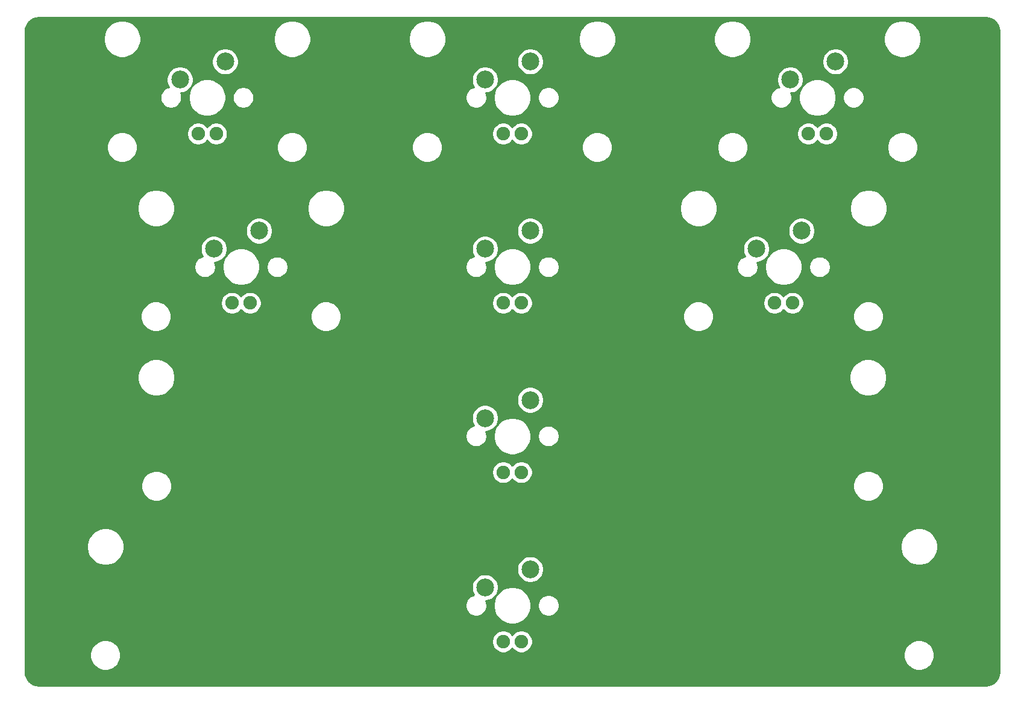
<source format=gbr>
%TF.GenerationSoftware,KiCad,Pcbnew,(5.1.10)-1*%
%TF.CreationDate,2021-07-17T06:49:34+07:00*%
%TF.ProjectId,Stabtester,53746162-7465-4737-9465-722e6b696361,rev?*%
%TF.SameCoordinates,Original*%
%TF.FileFunction,Copper,L2,Bot*%
%TF.FilePolarity,Positive*%
%FSLAX46Y46*%
G04 Gerber Fmt 4.6, Leading zero omitted, Abs format (unit mm)*
G04 Created by KiCad (PCBNEW (5.1.10)-1) date 2021-07-17 06:49:34*
%MOMM*%
%LPD*%
G01*
G04 APERTURE LIST*
%TA.AperFunction,ComponentPad*%
%ADD10C,1.905000*%
%TD*%
%TA.AperFunction,ComponentPad*%
%ADD11C,2.500000*%
%TD*%
%TA.AperFunction,NonConductor*%
%ADD12C,0.254000*%
%TD*%
%TA.AperFunction,NonConductor*%
%ADD13C,0.100000*%
%TD*%
G04 APERTURE END LIST*
D10*
%TO.P,MX7,4*%
%TO.N,Net-(MX7-Pad4)*%
X151130000Y-76517500D03*
%TO.P,MX7,3*%
%TO.N,Net-(MX7-Pad3)*%
X153670000Y-76517500D03*
D11*
%TO.P,MX7,1*%
%TO.N,Net-(MX7-Pad1)*%
X148590000Y-68897500D03*
%TO.P,MX7,2*%
%TO.N,Net-(MX7-Pad2)*%
X154940000Y-66357500D03*
%TD*%
%TO.P,MX2,2*%
%TO.N,Net-(MX2-Pad2)*%
X78740000Y-66357500D03*
%TO.P,MX2,1*%
%TO.N,Net-(MX2-Pad1)*%
X72390000Y-68897500D03*
D10*
%TO.P,MX2,3*%
%TO.N,Net-(MX2-Pad3)*%
X77470000Y-76517500D03*
%TO.P,MX2,4*%
%TO.N,Net-(MX2-Pad4)*%
X74930000Y-76517500D03*
%TD*%
D11*
%TO.P,MX8,2*%
%TO.N,Net-(MX8-Pad2)*%
X116840000Y-66357500D03*
%TO.P,MX8,1*%
%TO.N,Net-(MX8-Pad1)*%
X110490000Y-68897500D03*
D10*
%TO.P,MX8,3*%
%TO.N,Net-(MX8-Pad3)*%
X113030000Y-76517500D03*
%TO.P,MX8,4*%
%TO.N,Net-(MX8-Pad4)*%
X115570000Y-76517500D03*
%TD*%
D11*
%TO.P,MX6,2*%
%TO.N,Net-(MX6-Pad2)*%
X116840000Y-42545000D03*
%TO.P,MX6,1*%
%TO.N,Net-(MX6-Pad1)*%
X110490000Y-45085000D03*
D10*
%TO.P,MX6,3*%
%TO.N,Net-(MX6-Pad3)*%
X115570000Y-52705000D03*
%TO.P,MX6,4*%
%TO.N,Net-(MX6-Pad4)*%
X113030000Y-52705000D03*
%TD*%
D11*
%TO.P,MX3,2*%
%TO.N,Net-(MX3-Pad2)*%
X73977500Y-42545000D03*
%TO.P,MX3,1*%
%TO.N,Net-(MX3-Pad1)*%
X67627500Y-45085000D03*
D10*
%TO.P,MX3,3*%
%TO.N,Net-(MX3-Pad3)*%
X72707500Y-52705000D03*
%TO.P,MX3,4*%
%TO.N,Net-(MX3-Pad4)*%
X70167500Y-52705000D03*
%TD*%
D11*
%TO.P,MX1,2*%
%TO.N,Net-(MX1-Pad2)*%
X159702500Y-42545000D03*
%TO.P,MX1,1*%
%TO.N,Net-(MX1-Pad1)*%
X153352500Y-45085000D03*
D10*
%TO.P,MX1,3*%
%TO.N,Net-(MX1-Pad3)*%
X158432500Y-52705000D03*
%TO.P,MX1,4*%
%TO.N,Net-(MX1-Pad4)*%
X155892500Y-52705000D03*
%TD*%
%TO.P,MX5,4*%
%TO.N,Net-(MX5-Pad4)*%
X113030000Y-124142500D03*
%TO.P,MX5,3*%
%TO.N,Net-(MX5-Pad3)*%
X115570000Y-124142500D03*
D11*
%TO.P,MX5,1*%
%TO.N,Net-(MX5-Pad1)*%
X110490000Y-116522500D03*
%TO.P,MX5,2*%
%TO.N,Net-(MX5-Pad2)*%
X116840000Y-113982500D03*
%TD*%
D10*
%TO.P,MX4,4*%
%TO.N,Net-(MX4-Pad4)*%
X113030000Y-100330000D03*
%TO.P,MX4,3*%
%TO.N,Net-(MX4-Pad3)*%
X115570000Y-100330000D03*
D11*
%TO.P,MX4,1*%
%TO.N,Net-(MX4-Pad1)*%
X110490000Y-92710000D03*
%TO.P,MX4,2*%
%TO.N,Net-(MX4-Pad2)*%
X116840000Y-90170000D03*
%TD*%
D12*
X181213025Y-36416897D02*
X181556217Y-36520513D01*
X181872739Y-36688812D01*
X182150549Y-36915387D01*
X182379056Y-37191606D01*
X182549560Y-37506947D01*
X182655569Y-37849406D01*
X182696251Y-38236472D01*
X182696250Y-128436471D01*
X182658103Y-128825526D01*
X182554488Y-129168714D01*
X182386189Y-129485239D01*
X182159615Y-129763046D01*
X181883396Y-129991555D01*
X181568053Y-130162060D01*
X181225594Y-130268069D01*
X180838538Y-130308750D01*
X47776029Y-130308750D01*
X47386974Y-130270603D01*
X47043786Y-130166988D01*
X46727261Y-129998689D01*
X46449454Y-129772115D01*
X46220945Y-129495896D01*
X46050440Y-129180553D01*
X45944431Y-128838094D01*
X45903750Y-128451038D01*
X45903750Y-125834857D01*
X54991000Y-125834857D01*
X54991000Y-126260143D01*
X55073970Y-126677257D01*
X55236719Y-127070170D01*
X55472996Y-127423782D01*
X55773718Y-127724504D01*
X56127330Y-127960781D01*
X56520243Y-128123530D01*
X56937357Y-128206500D01*
X57362643Y-128206500D01*
X57779757Y-128123530D01*
X58172670Y-127960781D01*
X58526282Y-127724504D01*
X58827004Y-127423782D01*
X59063281Y-127070170D01*
X59226030Y-126677257D01*
X59309000Y-126260143D01*
X59309000Y-125834857D01*
X169291000Y-125834857D01*
X169291000Y-126260143D01*
X169373970Y-126677257D01*
X169536719Y-127070170D01*
X169772996Y-127423782D01*
X170073718Y-127724504D01*
X170427330Y-127960781D01*
X170820243Y-128123530D01*
X171237357Y-128206500D01*
X171662643Y-128206500D01*
X172079757Y-128123530D01*
X172472670Y-127960781D01*
X172826282Y-127724504D01*
X173127004Y-127423782D01*
X173363281Y-127070170D01*
X173526030Y-126677257D01*
X173609000Y-126260143D01*
X173609000Y-125834857D01*
X173526030Y-125417743D01*
X173363281Y-125024830D01*
X173127004Y-124671218D01*
X172826282Y-124370496D01*
X172472670Y-124134219D01*
X172079757Y-123971470D01*
X171662643Y-123888500D01*
X171237357Y-123888500D01*
X170820243Y-123971470D01*
X170427330Y-124134219D01*
X170073718Y-124370496D01*
X169772996Y-124671218D01*
X169536719Y-125024830D01*
X169373970Y-125417743D01*
X169291000Y-125834857D01*
X59309000Y-125834857D01*
X59226030Y-125417743D01*
X59063281Y-125024830D01*
X58827004Y-124671218D01*
X58526282Y-124370496D01*
X58172670Y-124134219D01*
X57815186Y-123986145D01*
X111442500Y-123986145D01*
X111442500Y-124298855D01*
X111503507Y-124605557D01*
X111623176Y-124894463D01*
X111796908Y-125154472D01*
X112018028Y-125375592D01*
X112278037Y-125549324D01*
X112566943Y-125668993D01*
X112873645Y-125730000D01*
X113186355Y-125730000D01*
X113493057Y-125668993D01*
X113781963Y-125549324D01*
X114041972Y-125375592D01*
X114263092Y-125154472D01*
X114300000Y-125099235D01*
X114336908Y-125154472D01*
X114558028Y-125375592D01*
X114818037Y-125549324D01*
X115106943Y-125668993D01*
X115413645Y-125730000D01*
X115726355Y-125730000D01*
X116033057Y-125668993D01*
X116321963Y-125549324D01*
X116581972Y-125375592D01*
X116803092Y-125154472D01*
X116976824Y-124894463D01*
X117096493Y-124605557D01*
X117157500Y-124298855D01*
X117157500Y-123986145D01*
X117096493Y-123679443D01*
X116976824Y-123390537D01*
X116803092Y-123130528D01*
X116581972Y-122909408D01*
X116321963Y-122735676D01*
X116033057Y-122616007D01*
X115726355Y-122555000D01*
X115413645Y-122555000D01*
X115106943Y-122616007D01*
X114818037Y-122735676D01*
X114558028Y-122909408D01*
X114336908Y-123130528D01*
X114300000Y-123185765D01*
X114263092Y-123130528D01*
X114041972Y-122909408D01*
X113781963Y-122735676D01*
X113493057Y-122616007D01*
X113186355Y-122555000D01*
X112873645Y-122555000D01*
X112566943Y-122616007D01*
X112278037Y-122735676D01*
X112018028Y-122909408D01*
X111796908Y-123130528D01*
X111623176Y-123390537D01*
X111503507Y-123679443D01*
X111442500Y-123986145D01*
X57815186Y-123986145D01*
X57779757Y-123971470D01*
X57362643Y-123888500D01*
X56937357Y-123888500D01*
X56520243Y-123971470D01*
X56127330Y-124134219D01*
X55773718Y-124370496D01*
X55472996Y-124671218D01*
X55236719Y-125024830D01*
X55073970Y-125417743D01*
X54991000Y-125834857D01*
X45903750Y-125834857D01*
X45903750Y-118913778D01*
X107710000Y-118913778D01*
X107710000Y-119211222D01*
X107768029Y-119502951D01*
X107881856Y-119777753D01*
X108047107Y-120025069D01*
X108257431Y-120235393D01*
X108504747Y-120400644D01*
X108779549Y-120514471D01*
X109071278Y-120572500D01*
X109368722Y-120572500D01*
X109660451Y-120514471D01*
X109935253Y-120400644D01*
X110182569Y-120235393D01*
X110392893Y-120025069D01*
X110558144Y-119777753D01*
X110671971Y-119502951D01*
X110730000Y-119211222D01*
X110730000Y-118913778D01*
X110708080Y-118803576D01*
X111671100Y-118803576D01*
X111671100Y-119321424D01*
X111772127Y-119829322D01*
X111970299Y-120307751D01*
X112258000Y-120738326D01*
X112624174Y-121104500D01*
X113054749Y-121392201D01*
X113533178Y-121590373D01*
X114041076Y-121691400D01*
X114558924Y-121691400D01*
X115066822Y-121590373D01*
X115545251Y-121392201D01*
X115975826Y-121104500D01*
X116342000Y-120738326D01*
X116629701Y-120307751D01*
X116827873Y-119829322D01*
X116928900Y-119321424D01*
X116928900Y-118913778D01*
X117870000Y-118913778D01*
X117870000Y-119211222D01*
X117928029Y-119502951D01*
X118041856Y-119777753D01*
X118207107Y-120025069D01*
X118417431Y-120235393D01*
X118664747Y-120400644D01*
X118939549Y-120514471D01*
X119231278Y-120572500D01*
X119528722Y-120572500D01*
X119820451Y-120514471D01*
X120095253Y-120400644D01*
X120342569Y-120235393D01*
X120552893Y-120025069D01*
X120718144Y-119777753D01*
X120831971Y-119502951D01*
X120890000Y-119211222D01*
X120890000Y-118913778D01*
X120831971Y-118622049D01*
X120718144Y-118347247D01*
X120552893Y-118099931D01*
X120342569Y-117889607D01*
X120095253Y-117724356D01*
X119820451Y-117610529D01*
X119528722Y-117552500D01*
X119231278Y-117552500D01*
X118939549Y-117610529D01*
X118664747Y-117724356D01*
X118417431Y-117889607D01*
X118207107Y-118099931D01*
X118041856Y-118347247D01*
X117928029Y-118622049D01*
X117870000Y-118913778D01*
X116928900Y-118913778D01*
X116928900Y-118803576D01*
X116827873Y-118295678D01*
X116629701Y-117817249D01*
X116342000Y-117386674D01*
X115975826Y-117020500D01*
X115545251Y-116732799D01*
X115066822Y-116534627D01*
X114558924Y-116433600D01*
X114041076Y-116433600D01*
X113533178Y-116534627D01*
X113054749Y-116732799D01*
X112624174Y-117020500D01*
X112258000Y-117386674D01*
X111970299Y-117817249D01*
X111772127Y-118295678D01*
X111671100Y-118803576D01*
X110708080Y-118803576D01*
X110671971Y-118622049D01*
X110583102Y-118407500D01*
X110675656Y-118407500D01*
X111039834Y-118335061D01*
X111382882Y-118192966D01*
X111691618Y-117986675D01*
X111954175Y-117724118D01*
X112160466Y-117415382D01*
X112302561Y-117072334D01*
X112375000Y-116708156D01*
X112375000Y-116336844D01*
X112302561Y-115972666D01*
X112160466Y-115629618D01*
X111954175Y-115320882D01*
X111691618Y-115058325D01*
X111382882Y-114852034D01*
X111039834Y-114709939D01*
X110675656Y-114637500D01*
X110304344Y-114637500D01*
X109940166Y-114709939D01*
X109597118Y-114852034D01*
X109288382Y-115058325D01*
X109025825Y-115320882D01*
X108819534Y-115629618D01*
X108677439Y-115972666D01*
X108605000Y-116336844D01*
X108605000Y-116708156D01*
X108677439Y-117072334D01*
X108819534Y-117415382D01*
X108929939Y-117580614D01*
X108779549Y-117610529D01*
X108504747Y-117724356D01*
X108257431Y-117889607D01*
X108047107Y-118099931D01*
X107881856Y-118347247D01*
X107768029Y-118622049D01*
X107710000Y-118913778D01*
X45903750Y-118913778D01*
X45903750Y-113796844D01*
X114955000Y-113796844D01*
X114955000Y-114168156D01*
X115027439Y-114532334D01*
X115169534Y-114875382D01*
X115375825Y-115184118D01*
X115638382Y-115446675D01*
X115947118Y-115652966D01*
X116290166Y-115795061D01*
X116654344Y-115867500D01*
X117025656Y-115867500D01*
X117389834Y-115795061D01*
X117732882Y-115652966D01*
X118041618Y-115446675D01*
X118304175Y-115184118D01*
X118510466Y-114875382D01*
X118652561Y-114532334D01*
X118725000Y-114168156D01*
X118725000Y-113796844D01*
X118652561Y-113432666D01*
X118510466Y-113089618D01*
X118304175Y-112780882D01*
X118041618Y-112518325D01*
X117732882Y-112312034D01*
X117389834Y-112169939D01*
X117025656Y-112097500D01*
X116654344Y-112097500D01*
X116290166Y-112169939D01*
X115947118Y-112312034D01*
X115638382Y-112518325D01*
X115375825Y-112780882D01*
X115169534Y-113089618D01*
X115027439Y-113432666D01*
X114955000Y-113796844D01*
X45903750Y-113796844D01*
X45903750Y-110548576D01*
X54521100Y-110548576D01*
X54521100Y-111066424D01*
X54622127Y-111574322D01*
X54820299Y-112052751D01*
X55108000Y-112483326D01*
X55474174Y-112849500D01*
X55904749Y-113137201D01*
X56383178Y-113335373D01*
X56891076Y-113436400D01*
X57408924Y-113436400D01*
X57916822Y-113335373D01*
X58395251Y-113137201D01*
X58825826Y-112849500D01*
X59192000Y-112483326D01*
X59479701Y-112052751D01*
X59677873Y-111574322D01*
X59778900Y-111066424D01*
X59778900Y-110548576D01*
X168821100Y-110548576D01*
X168821100Y-111066424D01*
X168922127Y-111574322D01*
X169120299Y-112052751D01*
X169408000Y-112483326D01*
X169774174Y-112849500D01*
X170204749Y-113137201D01*
X170683178Y-113335373D01*
X171191076Y-113436400D01*
X171708924Y-113436400D01*
X172216822Y-113335373D01*
X172695251Y-113137201D01*
X173125826Y-112849500D01*
X173492000Y-112483326D01*
X173779701Y-112052751D01*
X173977873Y-111574322D01*
X174078900Y-111066424D01*
X174078900Y-110548576D01*
X173977873Y-110040678D01*
X173779701Y-109562249D01*
X173492000Y-109131674D01*
X173125826Y-108765500D01*
X172695251Y-108477799D01*
X172216822Y-108279627D01*
X171708924Y-108178600D01*
X171191076Y-108178600D01*
X170683178Y-108279627D01*
X170204749Y-108477799D01*
X169774174Y-108765500D01*
X169408000Y-109131674D01*
X169120299Y-109562249D01*
X168922127Y-110040678D01*
X168821100Y-110548576D01*
X59778900Y-110548576D01*
X59677873Y-110040678D01*
X59479701Y-109562249D01*
X59192000Y-109131674D01*
X58825826Y-108765500D01*
X58395251Y-108477799D01*
X57916822Y-108279627D01*
X57408924Y-108178600D01*
X56891076Y-108178600D01*
X56383178Y-108279627D01*
X55904749Y-108477799D01*
X55474174Y-108765500D01*
X55108000Y-109131674D01*
X54820299Y-109562249D01*
X54622127Y-110040678D01*
X54521100Y-110548576D01*
X45903750Y-110548576D01*
X45903750Y-102022357D01*
X62141100Y-102022357D01*
X62141100Y-102447643D01*
X62224070Y-102864757D01*
X62386819Y-103257670D01*
X62623096Y-103611282D01*
X62923818Y-103912004D01*
X63277430Y-104148281D01*
X63670343Y-104311030D01*
X64087457Y-104394000D01*
X64512743Y-104394000D01*
X64929857Y-104311030D01*
X65322770Y-104148281D01*
X65676382Y-103912004D01*
X65977104Y-103611282D01*
X66213381Y-103257670D01*
X66376130Y-102864757D01*
X66459100Y-102447643D01*
X66459100Y-102022357D01*
X162140900Y-102022357D01*
X162140900Y-102447643D01*
X162223870Y-102864757D01*
X162386619Y-103257670D01*
X162622896Y-103611282D01*
X162923618Y-103912004D01*
X163277230Y-104148281D01*
X163670143Y-104311030D01*
X164087257Y-104394000D01*
X164512543Y-104394000D01*
X164929657Y-104311030D01*
X165322570Y-104148281D01*
X165676182Y-103912004D01*
X165976904Y-103611282D01*
X166213181Y-103257670D01*
X166375930Y-102864757D01*
X166458900Y-102447643D01*
X166458900Y-102022357D01*
X166375930Y-101605243D01*
X166213181Y-101212330D01*
X165976904Y-100858718D01*
X165676182Y-100557996D01*
X165322570Y-100321719D01*
X164929657Y-100158970D01*
X164512543Y-100076000D01*
X164087257Y-100076000D01*
X163670143Y-100158970D01*
X163277230Y-100321719D01*
X162923618Y-100557996D01*
X162622896Y-100858718D01*
X162386619Y-101212330D01*
X162223870Y-101605243D01*
X162140900Y-102022357D01*
X66459100Y-102022357D01*
X66376130Y-101605243D01*
X66213381Y-101212330D01*
X65977104Y-100858718D01*
X65676382Y-100557996D01*
X65322770Y-100321719D01*
X64965286Y-100173645D01*
X111442500Y-100173645D01*
X111442500Y-100486355D01*
X111503507Y-100793057D01*
X111623176Y-101081963D01*
X111796908Y-101341972D01*
X112018028Y-101563092D01*
X112278037Y-101736824D01*
X112566943Y-101856493D01*
X112873645Y-101917500D01*
X113186355Y-101917500D01*
X113493057Y-101856493D01*
X113781963Y-101736824D01*
X114041972Y-101563092D01*
X114263092Y-101341972D01*
X114300000Y-101286735D01*
X114336908Y-101341972D01*
X114558028Y-101563092D01*
X114818037Y-101736824D01*
X115106943Y-101856493D01*
X115413645Y-101917500D01*
X115726355Y-101917500D01*
X116033057Y-101856493D01*
X116321963Y-101736824D01*
X116581972Y-101563092D01*
X116803092Y-101341972D01*
X116976824Y-101081963D01*
X117096493Y-100793057D01*
X117157500Y-100486355D01*
X117157500Y-100173645D01*
X117096493Y-99866943D01*
X116976824Y-99578037D01*
X116803092Y-99318028D01*
X116581972Y-99096908D01*
X116321963Y-98923176D01*
X116033057Y-98803507D01*
X115726355Y-98742500D01*
X115413645Y-98742500D01*
X115106943Y-98803507D01*
X114818037Y-98923176D01*
X114558028Y-99096908D01*
X114336908Y-99318028D01*
X114300000Y-99373265D01*
X114263092Y-99318028D01*
X114041972Y-99096908D01*
X113781963Y-98923176D01*
X113493057Y-98803507D01*
X113186355Y-98742500D01*
X112873645Y-98742500D01*
X112566943Y-98803507D01*
X112278037Y-98923176D01*
X112018028Y-99096908D01*
X111796908Y-99318028D01*
X111623176Y-99578037D01*
X111503507Y-99866943D01*
X111442500Y-100173645D01*
X64965286Y-100173645D01*
X64929857Y-100158970D01*
X64512743Y-100076000D01*
X64087457Y-100076000D01*
X63670343Y-100158970D01*
X63277430Y-100321719D01*
X62923818Y-100557996D01*
X62623096Y-100858718D01*
X62386819Y-101212330D01*
X62224070Y-101605243D01*
X62141100Y-102022357D01*
X45903750Y-102022357D01*
X45903750Y-95101278D01*
X107710000Y-95101278D01*
X107710000Y-95398722D01*
X107768029Y-95690451D01*
X107881856Y-95965253D01*
X108047107Y-96212569D01*
X108257431Y-96422893D01*
X108504747Y-96588144D01*
X108779549Y-96701971D01*
X109071278Y-96760000D01*
X109368722Y-96760000D01*
X109660451Y-96701971D01*
X109935253Y-96588144D01*
X110182569Y-96422893D01*
X110392893Y-96212569D01*
X110558144Y-95965253D01*
X110671971Y-95690451D01*
X110730000Y-95398722D01*
X110730000Y-95101278D01*
X110708080Y-94991076D01*
X111671100Y-94991076D01*
X111671100Y-95508924D01*
X111772127Y-96016822D01*
X111970299Y-96495251D01*
X112258000Y-96925826D01*
X112624174Y-97292000D01*
X113054749Y-97579701D01*
X113533178Y-97777873D01*
X114041076Y-97878900D01*
X114558924Y-97878900D01*
X115066822Y-97777873D01*
X115545251Y-97579701D01*
X115975826Y-97292000D01*
X116342000Y-96925826D01*
X116629701Y-96495251D01*
X116827873Y-96016822D01*
X116928900Y-95508924D01*
X116928900Y-95101278D01*
X117870000Y-95101278D01*
X117870000Y-95398722D01*
X117928029Y-95690451D01*
X118041856Y-95965253D01*
X118207107Y-96212569D01*
X118417431Y-96422893D01*
X118664747Y-96588144D01*
X118939549Y-96701971D01*
X119231278Y-96760000D01*
X119528722Y-96760000D01*
X119820451Y-96701971D01*
X120095253Y-96588144D01*
X120342569Y-96422893D01*
X120552893Y-96212569D01*
X120718144Y-95965253D01*
X120831971Y-95690451D01*
X120890000Y-95398722D01*
X120890000Y-95101278D01*
X120831971Y-94809549D01*
X120718144Y-94534747D01*
X120552893Y-94287431D01*
X120342569Y-94077107D01*
X120095253Y-93911856D01*
X119820451Y-93798029D01*
X119528722Y-93740000D01*
X119231278Y-93740000D01*
X118939549Y-93798029D01*
X118664747Y-93911856D01*
X118417431Y-94077107D01*
X118207107Y-94287431D01*
X118041856Y-94534747D01*
X117928029Y-94809549D01*
X117870000Y-95101278D01*
X116928900Y-95101278D01*
X116928900Y-94991076D01*
X116827873Y-94483178D01*
X116629701Y-94004749D01*
X116342000Y-93574174D01*
X115975826Y-93208000D01*
X115545251Y-92920299D01*
X115066822Y-92722127D01*
X114558924Y-92621100D01*
X114041076Y-92621100D01*
X113533178Y-92722127D01*
X113054749Y-92920299D01*
X112624174Y-93208000D01*
X112258000Y-93574174D01*
X111970299Y-94004749D01*
X111772127Y-94483178D01*
X111671100Y-94991076D01*
X110708080Y-94991076D01*
X110671971Y-94809549D01*
X110583102Y-94595000D01*
X110675656Y-94595000D01*
X111039834Y-94522561D01*
X111382882Y-94380466D01*
X111691618Y-94174175D01*
X111954175Y-93911618D01*
X112160466Y-93602882D01*
X112302561Y-93259834D01*
X112375000Y-92895656D01*
X112375000Y-92524344D01*
X112302561Y-92160166D01*
X112160466Y-91817118D01*
X111954175Y-91508382D01*
X111691618Y-91245825D01*
X111382882Y-91039534D01*
X111039834Y-90897439D01*
X110675656Y-90825000D01*
X110304344Y-90825000D01*
X109940166Y-90897439D01*
X109597118Y-91039534D01*
X109288382Y-91245825D01*
X109025825Y-91508382D01*
X108819534Y-91817118D01*
X108677439Y-92160166D01*
X108605000Y-92524344D01*
X108605000Y-92895656D01*
X108677439Y-93259834D01*
X108819534Y-93602882D01*
X108929939Y-93768114D01*
X108779549Y-93798029D01*
X108504747Y-93911856D01*
X108257431Y-94077107D01*
X108047107Y-94287431D01*
X107881856Y-94534747D01*
X107768029Y-94809549D01*
X107710000Y-95101278D01*
X45903750Y-95101278D01*
X45903750Y-89984344D01*
X114955000Y-89984344D01*
X114955000Y-90355656D01*
X115027439Y-90719834D01*
X115169534Y-91062882D01*
X115375825Y-91371618D01*
X115638382Y-91634175D01*
X115947118Y-91840466D01*
X116290166Y-91982561D01*
X116654344Y-92055000D01*
X117025656Y-92055000D01*
X117389834Y-91982561D01*
X117732882Y-91840466D01*
X118041618Y-91634175D01*
X118304175Y-91371618D01*
X118510466Y-91062882D01*
X118652561Y-90719834D01*
X118725000Y-90355656D01*
X118725000Y-89984344D01*
X118652561Y-89620166D01*
X118510466Y-89277118D01*
X118304175Y-88968382D01*
X118041618Y-88705825D01*
X117732882Y-88499534D01*
X117389834Y-88357439D01*
X117025656Y-88285000D01*
X116654344Y-88285000D01*
X116290166Y-88357439D01*
X115947118Y-88499534D01*
X115638382Y-88705825D01*
X115375825Y-88968382D01*
X115169534Y-89277118D01*
X115027439Y-89620166D01*
X114955000Y-89984344D01*
X45903750Y-89984344D01*
X45903750Y-86736076D01*
X61671200Y-86736076D01*
X61671200Y-87253924D01*
X61772227Y-87761822D01*
X61970399Y-88240251D01*
X62258100Y-88670826D01*
X62624274Y-89037000D01*
X63054849Y-89324701D01*
X63533278Y-89522873D01*
X64041176Y-89623900D01*
X64559024Y-89623900D01*
X65066922Y-89522873D01*
X65545351Y-89324701D01*
X65975926Y-89037000D01*
X66342100Y-88670826D01*
X66629801Y-88240251D01*
X66827973Y-87761822D01*
X66929000Y-87253924D01*
X66929000Y-86736076D01*
X161671000Y-86736076D01*
X161671000Y-87253924D01*
X161772027Y-87761822D01*
X161970199Y-88240251D01*
X162257900Y-88670826D01*
X162624074Y-89037000D01*
X163054649Y-89324701D01*
X163533078Y-89522873D01*
X164040976Y-89623900D01*
X164558824Y-89623900D01*
X165066722Y-89522873D01*
X165545151Y-89324701D01*
X165975726Y-89037000D01*
X166341900Y-88670826D01*
X166629601Y-88240251D01*
X166827773Y-87761822D01*
X166928800Y-87253924D01*
X166928800Y-86736076D01*
X166827773Y-86228178D01*
X166629601Y-85749749D01*
X166341900Y-85319174D01*
X165975726Y-84953000D01*
X165545151Y-84665299D01*
X165066722Y-84467127D01*
X164558824Y-84366100D01*
X164040976Y-84366100D01*
X163533078Y-84467127D01*
X163054649Y-84665299D01*
X162624074Y-84953000D01*
X162257900Y-85319174D01*
X161970199Y-85749749D01*
X161772027Y-86228178D01*
X161671000Y-86736076D01*
X66929000Y-86736076D01*
X66827973Y-86228178D01*
X66629801Y-85749749D01*
X66342100Y-85319174D01*
X65975926Y-84953000D01*
X65545351Y-84665299D01*
X65066922Y-84467127D01*
X64559024Y-84366100D01*
X64041176Y-84366100D01*
X63533278Y-84467127D01*
X63054849Y-84665299D01*
X62624274Y-84953000D01*
X62258100Y-85319174D01*
X61970399Y-85749749D01*
X61772227Y-86228178D01*
X61671200Y-86736076D01*
X45903750Y-86736076D01*
X45903750Y-78209857D01*
X62103000Y-78209857D01*
X62103000Y-78635143D01*
X62185970Y-79052257D01*
X62348719Y-79445170D01*
X62584996Y-79798782D01*
X62885718Y-80099504D01*
X63239330Y-80335781D01*
X63632243Y-80498530D01*
X64049357Y-80581500D01*
X64474643Y-80581500D01*
X64891757Y-80498530D01*
X65284670Y-80335781D01*
X65638282Y-80099504D01*
X65939004Y-79798782D01*
X66175281Y-79445170D01*
X66338030Y-79052257D01*
X66421000Y-78635143D01*
X66421000Y-78209857D01*
X85979000Y-78209857D01*
X85979000Y-78635143D01*
X86061970Y-79052257D01*
X86224719Y-79445170D01*
X86460996Y-79798782D01*
X86761718Y-80099504D01*
X87115330Y-80335781D01*
X87508243Y-80498530D01*
X87925357Y-80581500D01*
X88350643Y-80581500D01*
X88767757Y-80498530D01*
X89160670Y-80335781D01*
X89514282Y-80099504D01*
X89815004Y-79798782D01*
X90051281Y-79445170D01*
X90214030Y-79052257D01*
X90297000Y-78635143D01*
X90297000Y-78209857D01*
X138303000Y-78209857D01*
X138303000Y-78635143D01*
X138385970Y-79052257D01*
X138548719Y-79445170D01*
X138784996Y-79798782D01*
X139085718Y-80099504D01*
X139439330Y-80335781D01*
X139832243Y-80498530D01*
X140249357Y-80581500D01*
X140674643Y-80581500D01*
X141091757Y-80498530D01*
X141484670Y-80335781D01*
X141838282Y-80099504D01*
X142139004Y-79798782D01*
X142375281Y-79445170D01*
X142538030Y-79052257D01*
X142621000Y-78635143D01*
X142621000Y-78209857D01*
X162179000Y-78209857D01*
X162179000Y-78635143D01*
X162261970Y-79052257D01*
X162424719Y-79445170D01*
X162660996Y-79798782D01*
X162961718Y-80099504D01*
X163315330Y-80335781D01*
X163708243Y-80498530D01*
X164125357Y-80581500D01*
X164550643Y-80581500D01*
X164967757Y-80498530D01*
X165360670Y-80335781D01*
X165714282Y-80099504D01*
X166015004Y-79798782D01*
X166251281Y-79445170D01*
X166414030Y-79052257D01*
X166497000Y-78635143D01*
X166497000Y-78209857D01*
X166414030Y-77792743D01*
X166251281Y-77399830D01*
X166015004Y-77046218D01*
X165714282Y-76745496D01*
X165360670Y-76509219D01*
X164967757Y-76346470D01*
X164550643Y-76263500D01*
X164125357Y-76263500D01*
X163708243Y-76346470D01*
X163315330Y-76509219D01*
X162961718Y-76745496D01*
X162660996Y-77046218D01*
X162424719Y-77399830D01*
X162261970Y-77792743D01*
X162179000Y-78209857D01*
X142621000Y-78209857D01*
X142538030Y-77792743D01*
X142375281Y-77399830D01*
X142139004Y-77046218D01*
X141838282Y-76745496D01*
X141484670Y-76509219D01*
X141127186Y-76361145D01*
X149542500Y-76361145D01*
X149542500Y-76673855D01*
X149603507Y-76980557D01*
X149723176Y-77269463D01*
X149896908Y-77529472D01*
X150118028Y-77750592D01*
X150378037Y-77924324D01*
X150666943Y-78043993D01*
X150973645Y-78105000D01*
X151286355Y-78105000D01*
X151593057Y-78043993D01*
X151881963Y-77924324D01*
X152141972Y-77750592D01*
X152363092Y-77529472D01*
X152400000Y-77474235D01*
X152436908Y-77529472D01*
X152658028Y-77750592D01*
X152918037Y-77924324D01*
X153206943Y-78043993D01*
X153513645Y-78105000D01*
X153826355Y-78105000D01*
X154133057Y-78043993D01*
X154421963Y-77924324D01*
X154681972Y-77750592D01*
X154903092Y-77529472D01*
X155076824Y-77269463D01*
X155196493Y-76980557D01*
X155257500Y-76673855D01*
X155257500Y-76361145D01*
X155196493Y-76054443D01*
X155076824Y-75765537D01*
X154903092Y-75505528D01*
X154681972Y-75284408D01*
X154421963Y-75110676D01*
X154133057Y-74991007D01*
X153826355Y-74930000D01*
X153513645Y-74930000D01*
X153206943Y-74991007D01*
X152918037Y-75110676D01*
X152658028Y-75284408D01*
X152436908Y-75505528D01*
X152400000Y-75560765D01*
X152363092Y-75505528D01*
X152141972Y-75284408D01*
X151881963Y-75110676D01*
X151593057Y-74991007D01*
X151286355Y-74930000D01*
X150973645Y-74930000D01*
X150666943Y-74991007D01*
X150378037Y-75110676D01*
X150118028Y-75284408D01*
X149896908Y-75505528D01*
X149723176Y-75765537D01*
X149603507Y-76054443D01*
X149542500Y-76361145D01*
X141127186Y-76361145D01*
X141091757Y-76346470D01*
X140674643Y-76263500D01*
X140249357Y-76263500D01*
X139832243Y-76346470D01*
X139439330Y-76509219D01*
X139085718Y-76745496D01*
X138784996Y-77046218D01*
X138548719Y-77399830D01*
X138385970Y-77792743D01*
X138303000Y-78209857D01*
X90297000Y-78209857D01*
X90214030Y-77792743D01*
X90051281Y-77399830D01*
X89815004Y-77046218D01*
X89514282Y-76745496D01*
X89160670Y-76509219D01*
X88803186Y-76361145D01*
X111442500Y-76361145D01*
X111442500Y-76673855D01*
X111503507Y-76980557D01*
X111623176Y-77269463D01*
X111796908Y-77529472D01*
X112018028Y-77750592D01*
X112278037Y-77924324D01*
X112566943Y-78043993D01*
X112873645Y-78105000D01*
X113186355Y-78105000D01*
X113493057Y-78043993D01*
X113781963Y-77924324D01*
X114041972Y-77750592D01*
X114263092Y-77529472D01*
X114300000Y-77474235D01*
X114336908Y-77529472D01*
X114558028Y-77750592D01*
X114818037Y-77924324D01*
X115106943Y-78043993D01*
X115413645Y-78105000D01*
X115726355Y-78105000D01*
X116033057Y-78043993D01*
X116321963Y-77924324D01*
X116581972Y-77750592D01*
X116803092Y-77529472D01*
X116976824Y-77269463D01*
X117096493Y-76980557D01*
X117157500Y-76673855D01*
X117157500Y-76361145D01*
X117096493Y-76054443D01*
X116976824Y-75765537D01*
X116803092Y-75505528D01*
X116581972Y-75284408D01*
X116321963Y-75110676D01*
X116033057Y-74991007D01*
X115726355Y-74930000D01*
X115413645Y-74930000D01*
X115106943Y-74991007D01*
X114818037Y-75110676D01*
X114558028Y-75284408D01*
X114336908Y-75505528D01*
X114300000Y-75560765D01*
X114263092Y-75505528D01*
X114041972Y-75284408D01*
X113781963Y-75110676D01*
X113493057Y-74991007D01*
X113186355Y-74930000D01*
X112873645Y-74930000D01*
X112566943Y-74991007D01*
X112278037Y-75110676D01*
X112018028Y-75284408D01*
X111796908Y-75505528D01*
X111623176Y-75765537D01*
X111503507Y-76054443D01*
X111442500Y-76361145D01*
X88803186Y-76361145D01*
X88767757Y-76346470D01*
X88350643Y-76263500D01*
X87925357Y-76263500D01*
X87508243Y-76346470D01*
X87115330Y-76509219D01*
X86761718Y-76745496D01*
X86460996Y-77046218D01*
X86224719Y-77399830D01*
X86061970Y-77792743D01*
X85979000Y-78209857D01*
X66421000Y-78209857D01*
X66338030Y-77792743D01*
X66175281Y-77399830D01*
X65939004Y-77046218D01*
X65638282Y-76745496D01*
X65284670Y-76509219D01*
X64927186Y-76361145D01*
X73342500Y-76361145D01*
X73342500Y-76673855D01*
X73403507Y-76980557D01*
X73523176Y-77269463D01*
X73696908Y-77529472D01*
X73918028Y-77750592D01*
X74178037Y-77924324D01*
X74466943Y-78043993D01*
X74773645Y-78105000D01*
X75086355Y-78105000D01*
X75393057Y-78043993D01*
X75681963Y-77924324D01*
X75941972Y-77750592D01*
X76163092Y-77529472D01*
X76200000Y-77474235D01*
X76236908Y-77529472D01*
X76458028Y-77750592D01*
X76718037Y-77924324D01*
X77006943Y-78043993D01*
X77313645Y-78105000D01*
X77626355Y-78105000D01*
X77933057Y-78043993D01*
X78221963Y-77924324D01*
X78481972Y-77750592D01*
X78703092Y-77529472D01*
X78876824Y-77269463D01*
X78996493Y-76980557D01*
X79057500Y-76673855D01*
X79057500Y-76361145D01*
X78996493Y-76054443D01*
X78876824Y-75765537D01*
X78703092Y-75505528D01*
X78481972Y-75284408D01*
X78221963Y-75110676D01*
X77933057Y-74991007D01*
X77626355Y-74930000D01*
X77313645Y-74930000D01*
X77006943Y-74991007D01*
X76718037Y-75110676D01*
X76458028Y-75284408D01*
X76236908Y-75505528D01*
X76200000Y-75560765D01*
X76163092Y-75505528D01*
X75941972Y-75284408D01*
X75681963Y-75110676D01*
X75393057Y-74991007D01*
X75086355Y-74930000D01*
X74773645Y-74930000D01*
X74466943Y-74991007D01*
X74178037Y-75110676D01*
X73918028Y-75284408D01*
X73696908Y-75505528D01*
X73523176Y-75765537D01*
X73403507Y-76054443D01*
X73342500Y-76361145D01*
X64927186Y-76361145D01*
X64891757Y-76346470D01*
X64474643Y-76263500D01*
X64049357Y-76263500D01*
X63632243Y-76346470D01*
X63239330Y-76509219D01*
X62885718Y-76745496D01*
X62584996Y-77046218D01*
X62348719Y-77399830D01*
X62185970Y-77792743D01*
X62103000Y-78209857D01*
X45903750Y-78209857D01*
X45903750Y-71288778D01*
X69610000Y-71288778D01*
X69610000Y-71586222D01*
X69668029Y-71877951D01*
X69781856Y-72152753D01*
X69947107Y-72400069D01*
X70157431Y-72610393D01*
X70404747Y-72775644D01*
X70679549Y-72889471D01*
X70971278Y-72947500D01*
X71268722Y-72947500D01*
X71560451Y-72889471D01*
X71835253Y-72775644D01*
X72082569Y-72610393D01*
X72292893Y-72400069D01*
X72458144Y-72152753D01*
X72571971Y-71877951D01*
X72630000Y-71586222D01*
X72630000Y-71288778D01*
X72608080Y-71178576D01*
X73571100Y-71178576D01*
X73571100Y-71696424D01*
X73672127Y-72204322D01*
X73870299Y-72682751D01*
X74158000Y-73113326D01*
X74524174Y-73479500D01*
X74954749Y-73767201D01*
X75433178Y-73965373D01*
X75941076Y-74066400D01*
X76458924Y-74066400D01*
X76966822Y-73965373D01*
X77445251Y-73767201D01*
X77875826Y-73479500D01*
X78242000Y-73113326D01*
X78529701Y-72682751D01*
X78727873Y-72204322D01*
X78828900Y-71696424D01*
X78828900Y-71288778D01*
X79770000Y-71288778D01*
X79770000Y-71586222D01*
X79828029Y-71877951D01*
X79941856Y-72152753D01*
X80107107Y-72400069D01*
X80317431Y-72610393D01*
X80564747Y-72775644D01*
X80839549Y-72889471D01*
X81131278Y-72947500D01*
X81428722Y-72947500D01*
X81720451Y-72889471D01*
X81995253Y-72775644D01*
X82242569Y-72610393D01*
X82452893Y-72400069D01*
X82618144Y-72152753D01*
X82731971Y-71877951D01*
X82790000Y-71586222D01*
X82790000Y-71288778D01*
X107710000Y-71288778D01*
X107710000Y-71586222D01*
X107768029Y-71877951D01*
X107881856Y-72152753D01*
X108047107Y-72400069D01*
X108257431Y-72610393D01*
X108504747Y-72775644D01*
X108779549Y-72889471D01*
X109071278Y-72947500D01*
X109368722Y-72947500D01*
X109660451Y-72889471D01*
X109935253Y-72775644D01*
X110182569Y-72610393D01*
X110392893Y-72400069D01*
X110558144Y-72152753D01*
X110671971Y-71877951D01*
X110730000Y-71586222D01*
X110730000Y-71288778D01*
X110708080Y-71178576D01*
X111671100Y-71178576D01*
X111671100Y-71696424D01*
X111772127Y-72204322D01*
X111970299Y-72682751D01*
X112258000Y-73113326D01*
X112624174Y-73479500D01*
X113054749Y-73767201D01*
X113533178Y-73965373D01*
X114041076Y-74066400D01*
X114558924Y-74066400D01*
X115066822Y-73965373D01*
X115545251Y-73767201D01*
X115975826Y-73479500D01*
X116342000Y-73113326D01*
X116629701Y-72682751D01*
X116827873Y-72204322D01*
X116928900Y-71696424D01*
X116928900Y-71288778D01*
X117870000Y-71288778D01*
X117870000Y-71586222D01*
X117928029Y-71877951D01*
X118041856Y-72152753D01*
X118207107Y-72400069D01*
X118417431Y-72610393D01*
X118664747Y-72775644D01*
X118939549Y-72889471D01*
X119231278Y-72947500D01*
X119528722Y-72947500D01*
X119820451Y-72889471D01*
X120095253Y-72775644D01*
X120342569Y-72610393D01*
X120552893Y-72400069D01*
X120718144Y-72152753D01*
X120831971Y-71877951D01*
X120890000Y-71586222D01*
X120890000Y-71288778D01*
X145810000Y-71288778D01*
X145810000Y-71586222D01*
X145868029Y-71877951D01*
X145981856Y-72152753D01*
X146147107Y-72400069D01*
X146357431Y-72610393D01*
X146604747Y-72775644D01*
X146879549Y-72889471D01*
X147171278Y-72947500D01*
X147468722Y-72947500D01*
X147760451Y-72889471D01*
X148035253Y-72775644D01*
X148282569Y-72610393D01*
X148492893Y-72400069D01*
X148658144Y-72152753D01*
X148771971Y-71877951D01*
X148830000Y-71586222D01*
X148830000Y-71288778D01*
X148808080Y-71178576D01*
X149771100Y-71178576D01*
X149771100Y-71696424D01*
X149872127Y-72204322D01*
X150070299Y-72682751D01*
X150358000Y-73113326D01*
X150724174Y-73479500D01*
X151154749Y-73767201D01*
X151633178Y-73965373D01*
X152141076Y-74066400D01*
X152658924Y-74066400D01*
X153166822Y-73965373D01*
X153645251Y-73767201D01*
X154075826Y-73479500D01*
X154442000Y-73113326D01*
X154729701Y-72682751D01*
X154927873Y-72204322D01*
X155028900Y-71696424D01*
X155028900Y-71288778D01*
X155970000Y-71288778D01*
X155970000Y-71586222D01*
X156028029Y-71877951D01*
X156141856Y-72152753D01*
X156307107Y-72400069D01*
X156517431Y-72610393D01*
X156764747Y-72775644D01*
X157039549Y-72889471D01*
X157331278Y-72947500D01*
X157628722Y-72947500D01*
X157920451Y-72889471D01*
X158195253Y-72775644D01*
X158442569Y-72610393D01*
X158652893Y-72400069D01*
X158818144Y-72152753D01*
X158931971Y-71877951D01*
X158990000Y-71586222D01*
X158990000Y-71288778D01*
X158931971Y-70997049D01*
X158818144Y-70722247D01*
X158652893Y-70474931D01*
X158442569Y-70264607D01*
X158195253Y-70099356D01*
X157920451Y-69985529D01*
X157628722Y-69927500D01*
X157331278Y-69927500D01*
X157039549Y-69985529D01*
X156764747Y-70099356D01*
X156517431Y-70264607D01*
X156307107Y-70474931D01*
X156141856Y-70722247D01*
X156028029Y-70997049D01*
X155970000Y-71288778D01*
X155028900Y-71288778D01*
X155028900Y-71178576D01*
X154927873Y-70670678D01*
X154729701Y-70192249D01*
X154442000Y-69761674D01*
X154075826Y-69395500D01*
X153645251Y-69107799D01*
X153166822Y-68909627D01*
X152658924Y-68808600D01*
X152141076Y-68808600D01*
X151633178Y-68909627D01*
X151154749Y-69107799D01*
X150724174Y-69395500D01*
X150358000Y-69761674D01*
X150070299Y-70192249D01*
X149872127Y-70670678D01*
X149771100Y-71178576D01*
X148808080Y-71178576D01*
X148771971Y-70997049D01*
X148683102Y-70782500D01*
X148775656Y-70782500D01*
X149139834Y-70710061D01*
X149482882Y-70567966D01*
X149791618Y-70361675D01*
X150054175Y-70099118D01*
X150260466Y-69790382D01*
X150402561Y-69447334D01*
X150475000Y-69083156D01*
X150475000Y-68711844D01*
X150402561Y-68347666D01*
X150260466Y-68004618D01*
X150054175Y-67695882D01*
X149791618Y-67433325D01*
X149482882Y-67227034D01*
X149139834Y-67084939D01*
X148775656Y-67012500D01*
X148404344Y-67012500D01*
X148040166Y-67084939D01*
X147697118Y-67227034D01*
X147388382Y-67433325D01*
X147125825Y-67695882D01*
X146919534Y-68004618D01*
X146777439Y-68347666D01*
X146705000Y-68711844D01*
X146705000Y-69083156D01*
X146777439Y-69447334D01*
X146919534Y-69790382D01*
X147029939Y-69955614D01*
X146879549Y-69985529D01*
X146604747Y-70099356D01*
X146357431Y-70264607D01*
X146147107Y-70474931D01*
X145981856Y-70722247D01*
X145868029Y-70997049D01*
X145810000Y-71288778D01*
X120890000Y-71288778D01*
X120831971Y-70997049D01*
X120718144Y-70722247D01*
X120552893Y-70474931D01*
X120342569Y-70264607D01*
X120095253Y-70099356D01*
X119820451Y-69985529D01*
X119528722Y-69927500D01*
X119231278Y-69927500D01*
X118939549Y-69985529D01*
X118664747Y-70099356D01*
X118417431Y-70264607D01*
X118207107Y-70474931D01*
X118041856Y-70722247D01*
X117928029Y-70997049D01*
X117870000Y-71288778D01*
X116928900Y-71288778D01*
X116928900Y-71178576D01*
X116827873Y-70670678D01*
X116629701Y-70192249D01*
X116342000Y-69761674D01*
X115975826Y-69395500D01*
X115545251Y-69107799D01*
X115066822Y-68909627D01*
X114558924Y-68808600D01*
X114041076Y-68808600D01*
X113533178Y-68909627D01*
X113054749Y-69107799D01*
X112624174Y-69395500D01*
X112258000Y-69761674D01*
X111970299Y-70192249D01*
X111772127Y-70670678D01*
X111671100Y-71178576D01*
X110708080Y-71178576D01*
X110671971Y-70997049D01*
X110583102Y-70782500D01*
X110675656Y-70782500D01*
X111039834Y-70710061D01*
X111382882Y-70567966D01*
X111691618Y-70361675D01*
X111954175Y-70099118D01*
X112160466Y-69790382D01*
X112302561Y-69447334D01*
X112375000Y-69083156D01*
X112375000Y-68711844D01*
X112302561Y-68347666D01*
X112160466Y-68004618D01*
X111954175Y-67695882D01*
X111691618Y-67433325D01*
X111382882Y-67227034D01*
X111039834Y-67084939D01*
X110675656Y-67012500D01*
X110304344Y-67012500D01*
X109940166Y-67084939D01*
X109597118Y-67227034D01*
X109288382Y-67433325D01*
X109025825Y-67695882D01*
X108819534Y-68004618D01*
X108677439Y-68347666D01*
X108605000Y-68711844D01*
X108605000Y-69083156D01*
X108677439Y-69447334D01*
X108819534Y-69790382D01*
X108929939Y-69955614D01*
X108779549Y-69985529D01*
X108504747Y-70099356D01*
X108257431Y-70264607D01*
X108047107Y-70474931D01*
X107881856Y-70722247D01*
X107768029Y-70997049D01*
X107710000Y-71288778D01*
X82790000Y-71288778D01*
X82731971Y-70997049D01*
X82618144Y-70722247D01*
X82452893Y-70474931D01*
X82242569Y-70264607D01*
X81995253Y-70099356D01*
X81720451Y-69985529D01*
X81428722Y-69927500D01*
X81131278Y-69927500D01*
X80839549Y-69985529D01*
X80564747Y-70099356D01*
X80317431Y-70264607D01*
X80107107Y-70474931D01*
X79941856Y-70722247D01*
X79828029Y-70997049D01*
X79770000Y-71288778D01*
X78828900Y-71288778D01*
X78828900Y-71178576D01*
X78727873Y-70670678D01*
X78529701Y-70192249D01*
X78242000Y-69761674D01*
X77875826Y-69395500D01*
X77445251Y-69107799D01*
X76966822Y-68909627D01*
X76458924Y-68808600D01*
X75941076Y-68808600D01*
X75433178Y-68909627D01*
X74954749Y-69107799D01*
X74524174Y-69395500D01*
X74158000Y-69761674D01*
X73870299Y-70192249D01*
X73672127Y-70670678D01*
X73571100Y-71178576D01*
X72608080Y-71178576D01*
X72571971Y-70997049D01*
X72483102Y-70782500D01*
X72575656Y-70782500D01*
X72939834Y-70710061D01*
X73282882Y-70567966D01*
X73591618Y-70361675D01*
X73854175Y-70099118D01*
X74060466Y-69790382D01*
X74202561Y-69447334D01*
X74275000Y-69083156D01*
X74275000Y-68711844D01*
X74202561Y-68347666D01*
X74060466Y-68004618D01*
X73854175Y-67695882D01*
X73591618Y-67433325D01*
X73282882Y-67227034D01*
X72939834Y-67084939D01*
X72575656Y-67012500D01*
X72204344Y-67012500D01*
X71840166Y-67084939D01*
X71497118Y-67227034D01*
X71188382Y-67433325D01*
X70925825Y-67695882D01*
X70719534Y-68004618D01*
X70577439Y-68347666D01*
X70505000Y-68711844D01*
X70505000Y-69083156D01*
X70577439Y-69447334D01*
X70719534Y-69790382D01*
X70829939Y-69955614D01*
X70679549Y-69985529D01*
X70404747Y-70099356D01*
X70157431Y-70264607D01*
X69947107Y-70474931D01*
X69781856Y-70722247D01*
X69668029Y-70997049D01*
X69610000Y-71288778D01*
X45903750Y-71288778D01*
X45903750Y-66171844D01*
X76855000Y-66171844D01*
X76855000Y-66543156D01*
X76927439Y-66907334D01*
X77069534Y-67250382D01*
X77275825Y-67559118D01*
X77538382Y-67821675D01*
X77847118Y-68027966D01*
X78190166Y-68170061D01*
X78554344Y-68242500D01*
X78925656Y-68242500D01*
X79289834Y-68170061D01*
X79632882Y-68027966D01*
X79941618Y-67821675D01*
X80204175Y-67559118D01*
X80410466Y-67250382D01*
X80552561Y-66907334D01*
X80625000Y-66543156D01*
X80625000Y-66171844D01*
X114955000Y-66171844D01*
X114955000Y-66543156D01*
X115027439Y-66907334D01*
X115169534Y-67250382D01*
X115375825Y-67559118D01*
X115638382Y-67821675D01*
X115947118Y-68027966D01*
X116290166Y-68170061D01*
X116654344Y-68242500D01*
X117025656Y-68242500D01*
X117389834Y-68170061D01*
X117732882Y-68027966D01*
X118041618Y-67821675D01*
X118304175Y-67559118D01*
X118510466Y-67250382D01*
X118652561Y-66907334D01*
X118725000Y-66543156D01*
X118725000Y-66171844D01*
X153055000Y-66171844D01*
X153055000Y-66543156D01*
X153127439Y-66907334D01*
X153269534Y-67250382D01*
X153475825Y-67559118D01*
X153738382Y-67821675D01*
X154047118Y-68027966D01*
X154390166Y-68170061D01*
X154754344Y-68242500D01*
X155125656Y-68242500D01*
X155489834Y-68170061D01*
X155832882Y-68027966D01*
X156141618Y-67821675D01*
X156404175Y-67559118D01*
X156610466Y-67250382D01*
X156752561Y-66907334D01*
X156825000Y-66543156D01*
X156825000Y-66171844D01*
X156752561Y-65807666D01*
X156610466Y-65464618D01*
X156404175Y-65155882D01*
X156141618Y-64893325D01*
X155832882Y-64687034D01*
X155489834Y-64544939D01*
X155125656Y-64472500D01*
X154754344Y-64472500D01*
X154390166Y-64544939D01*
X154047118Y-64687034D01*
X153738382Y-64893325D01*
X153475825Y-65155882D01*
X153269534Y-65464618D01*
X153127439Y-65807666D01*
X153055000Y-66171844D01*
X118725000Y-66171844D01*
X118652561Y-65807666D01*
X118510466Y-65464618D01*
X118304175Y-65155882D01*
X118041618Y-64893325D01*
X117732882Y-64687034D01*
X117389834Y-64544939D01*
X117025656Y-64472500D01*
X116654344Y-64472500D01*
X116290166Y-64544939D01*
X115947118Y-64687034D01*
X115638382Y-64893325D01*
X115375825Y-65155882D01*
X115169534Y-65464618D01*
X115027439Y-65807666D01*
X114955000Y-66171844D01*
X80625000Y-66171844D01*
X80552561Y-65807666D01*
X80410466Y-65464618D01*
X80204175Y-65155882D01*
X79941618Y-64893325D01*
X79632882Y-64687034D01*
X79289834Y-64544939D01*
X78925656Y-64472500D01*
X78554344Y-64472500D01*
X78190166Y-64544939D01*
X77847118Y-64687034D01*
X77538382Y-64893325D01*
X77275825Y-65155882D01*
X77069534Y-65464618D01*
X76927439Y-65807666D01*
X76855000Y-66171844D01*
X45903750Y-66171844D01*
X45903750Y-62923576D01*
X61633100Y-62923576D01*
X61633100Y-63441424D01*
X61734127Y-63949322D01*
X61932299Y-64427751D01*
X62220000Y-64858326D01*
X62586174Y-65224500D01*
X63016749Y-65512201D01*
X63495178Y-65710373D01*
X64003076Y-65811400D01*
X64520924Y-65811400D01*
X65028822Y-65710373D01*
X65507251Y-65512201D01*
X65937826Y-65224500D01*
X66304000Y-64858326D01*
X66591701Y-64427751D01*
X66789873Y-63949322D01*
X66890900Y-63441424D01*
X66890900Y-62923576D01*
X85509100Y-62923576D01*
X85509100Y-63441424D01*
X85610127Y-63949322D01*
X85808299Y-64427751D01*
X86096000Y-64858326D01*
X86462174Y-65224500D01*
X86892749Y-65512201D01*
X87371178Y-65710373D01*
X87879076Y-65811400D01*
X88396924Y-65811400D01*
X88904822Y-65710373D01*
X89383251Y-65512201D01*
X89813826Y-65224500D01*
X90180000Y-64858326D01*
X90467701Y-64427751D01*
X90665873Y-63949322D01*
X90766900Y-63441424D01*
X90766900Y-62923576D01*
X137833100Y-62923576D01*
X137833100Y-63441424D01*
X137934127Y-63949322D01*
X138132299Y-64427751D01*
X138420000Y-64858326D01*
X138786174Y-65224500D01*
X139216749Y-65512201D01*
X139695178Y-65710373D01*
X140203076Y-65811400D01*
X140720924Y-65811400D01*
X141228822Y-65710373D01*
X141707251Y-65512201D01*
X142137826Y-65224500D01*
X142504000Y-64858326D01*
X142791701Y-64427751D01*
X142989873Y-63949322D01*
X143090900Y-63441424D01*
X143090900Y-62923576D01*
X161709100Y-62923576D01*
X161709100Y-63441424D01*
X161810127Y-63949322D01*
X162008299Y-64427751D01*
X162296000Y-64858326D01*
X162662174Y-65224500D01*
X163092749Y-65512201D01*
X163571178Y-65710373D01*
X164079076Y-65811400D01*
X164596924Y-65811400D01*
X165104822Y-65710373D01*
X165583251Y-65512201D01*
X166013826Y-65224500D01*
X166380000Y-64858326D01*
X166667701Y-64427751D01*
X166865873Y-63949322D01*
X166966900Y-63441424D01*
X166966900Y-62923576D01*
X166865873Y-62415678D01*
X166667701Y-61937249D01*
X166380000Y-61506674D01*
X166013826Y-61140500D01*
X165583251Y-60852799D01*
X165104822Y-60654627D01*
X164596924Y-60553600D01*
X164079076Y-60553600D01*
X163571178Y-60654627D01*
X163092749Y-60852799D01*
X162662174Y-61140500D01*
X162296000Y-61506674D01*
X162008299Y-61937249D01*
X161810127Y-62415678D01*
X161709100Y-62923576D01*
X143090900Y-62923576D01*
X142989873Y-62415678D01*
X142791701Y-61937249D01*
X142504000Y-61506674D01*
X142137826Y-61140500D01*
X141707251Y-60852799D01*
X141228822Y-60654627D01*
X140720924Y-60553600D01*
X140203076Y-60553600D01*
X139695178Y-60654627D01*
X139216749Y-60852799D01*
X138786174Y-61140500D01*
X138420000Y-61506674D01*
X138132299Y-61937249D01*
X137934127Y-62415678D01*
X137833100Y-62923576D01*
X90766900Y-62923576D01*
X90665873Y-62415678D01*
X90467701Y-61937249D01*
X90180000Y-61506674D01*
X89813826Y-61140500D01*
X89383251Y-60852799D01*
X88904822Y-60654627D01*
X88396924Y-60553600D01*
X87879076Y-60553600D01*
X87371178Y-60654627D01*
X86892749Y-60852799D01*
X86462174Y-61140500D01*
X86096000Y-61506674D01*
X85808299Y-61937249D01*
X85610127Y-62415678D01*
X85509100Y-62923576D01*
X66890900Y-62923576D01*
X66789873Y-62415678D01*
X66591701Y-61937249D01*
X66304000Y-61506674D01*
X65937826Y-61140500D01*
X65507251Y-60852799D01*
X65028822Y-60654627D01*
X64520924Y-60553600D01*
X64003076Y-60553600D01*
X63495178Y-60654627D01*
X63016749Y-60852799D01*
X62586174Y-61140500D01*
X62220000Y-61506674D01*
X61932299Y-61937249D01*
X61734127Y-62415678D01*
X61633100Y-62923576D01*
X45903750Y-62923576D01*
X45903750Y-54397357D01*
X57340500Y-54397357D01*
X57340500Y-54822643D01*
X57423470Y-55239757D01*
X57586219Y-55632670D01*
X57822496Y-55986282D01*
X58123218Y-56287004D01*
X58476830Y-56523281D01*
X58869743Y-56686030D01*
X59286857Y-56769000D01*
X59712143Y-56769000D01*
X60129257Y-56686030D01*
X60522170Y-56523281D01*
X60875782Y-56287004D01*
X61176504Y-55986282D01*
X61412781Y-55632670D01*
X61575530Y-55239757D01*
X61658500Y-54822643D01*
X61658500Y-54397357D01*
X81216500Y-54397357D01*
X81216500Y-54822643D01*
X81299470Y-55239757D01*
X81462219Y-55632670D01*
X81698496Y-55986282D01*
X81999218Y-56287004D01*
X82352830Y-56523281D01*
X82745743Y-56686030D01*
X83162857Y-56769000D01*
X83588143Y-56769000D01*
X84005257Y-56686030D01*
X84398170Y-56523281D01*
X84751782Y-56287004D01*
X85052504Y-55986282D01*
X85288781Y-55632670D01*
X85451530Y-55239757D01*
X85534500Y-54822643D01*
X85534500Y-54397357D01*
X100203000Y-54397357D01*
X100203000Y-54822643D01*
X100285970Y-55239757D01*
X100448719Y-55632670D01*
X100684996Y-55986282D01*
X100985718Y-56287004D01*
X101339330Y-56523281D01*
X101732243Y-56686030D01*
X102149357Y-56769000D01*
X102574643Y-56769000D01*
X102991757Y-56686030D01*
X103384670Y-56523281D01*
X103738282Y-56287004D01*
X104039004Y-55986282D01*
X104275281Y-55632670D01*
X104438030Y-55239757D01*
X104521000Y-54822643D01*
X104521000Y-54397357D01*
X124079000Y-54397357D01*
X124079000Y-54822643D01*
X124161970Y-55239757D01*
X124324719Y-55632670D01*
X124560996Y-55986282D01*
X124861718Y-56287004D01*
X125215330Y-56523281D01*
X125608243Y-56686030D01*
X126025357Y-56769000D01*
X126450643Y-56769000D01*
X126867757Y-56686030D01*
X127260670Y-56523281D01*
X127614282Y-56287004D01*
X127915004Y-55986282D01*
X128151281Y-55632670D01*
X128314030Y-55239757D01*
X128397000Y-54822643D01*
X128397000Y-54397357D01*
X143065500Y-54397357D01*
X143065500Y-54822643D01*
X143148470Y-55239757D01*
X143311219Y-55632670D01*
X143547496Y-55986282D01*
X143848218Y-56287004D01*
X144201830Y-56523281D01*
X144594743Y-56686030D01*
X145011857Y-56769000D01*
X145437143Y-56769000D01*
X145854257Y-56686030D01*
X146247170Y-56523281D01*
X146600782Y-56287004D01*
X146901504Y-55986282D01*
X147137781Y-55632670D01*
X147300530Y-55239757D01*
X147383500Y-54822643D01*
X147383500Y-54397357D01*
X166941500Y-54397357D01*
X166941500Y-54822643D01*
X167024470Y-55239757D01*
X167187219Y-55632670D01*
X167423496Y-55986282D01*
X167724218Y-56287004D01*
X168077830Y-56523281D01*
X168470743Y-56686030D01*
X168887857Y-56769000D01*
X169313143Y-56769000D01*
X169730257Y-56686030D01*
X170123170Y-56523281D01*
X170476782Y-56287004D01*
X170777504Y-55986282D01*
X171013781Y-55632670D01*
X171176530Y-55239757D01*
X171259500Y-54822643D01*
X171259500Y-54397357D01*
X171176530Y-53980243D01*
X171013781Y-53587330D01*
X170777504Y-53233718D01*
X170476782Y-52932996D01*
X170123170Y-52696719D01*
X169730257Y-52533970D01*
X169313143Y-52451000D01*
X168887857Y-52451000D01*
X168470743Y-52533970D01*
X168077830Y-52696719D01*
X167724218Y-52932996D01*
X167423496Y-53233718D01*
X167187219Y-53587330D01*
X167024470Y-53980243D01*
X166941500Y-54397357D01*
X147383500Y-54397357D01*
X147300530Y-53980243D01*
X147137781Y-53587330D01*
X146901504Y-53233718D01*
X146600782Y-52932996D01*
X146247170Y-52696719D01*
X145889686Y-52548645D01*
X154305000Y-52548645D01*
X154305000Y-52861355D01*
X154366007Y-53168057D01*
X154485676Y-53456963D01*
X154659408Y-53716972D01*
X154880528Y-53938092D01*
X155140537Y-54111824D01*
X155429443Y-54231493D01*
X155736145Y-54292500D01*
X156048855Y-54292500D01*
X156355557Y-54231493D01*
X156644463Y-54111824D01*
X156904472Y-53938092D01*
X157125592Y-53716972D01*
X157162500Y-53661735D01*
X157199408Y-53716972D01*
X157420528Y-53938092D01*
X157680537Y-54111824D01*
X157969443Y-54231493D01*
X158276145Y-54292500D01*
X158588855Y-54292500D01*
X158895557Y-54231493D01*
X159184463Y-54111824D01*
X159444472Y-53938092D01*
X159665592Y-53716972D01*
X159839324Y-53456963D01*
X159958993Y-53168057D01*
X160020000Y-52861355D01*
X160020000Y-52548645D01*
X159958993Y-52241943D01*
X159839324Y-51953037D01*
X159665592Y-51693028D01*
X159444472Y-51471908D01*
X159184463Y-51298176D01*
X158895557Y-51178507D01*
X158588855Y-51117500D01*
X158276145Y-51117500D01*
X157969443Y-51178507D01*
X157680537Y-51298176D01*
X157420528Y-51471908D01*
X157199408Y-51693028D01*
X157162500Y-51748265D01*
X157125592Y-51693028D01*
X156904472Y-51471908D01*
X156644463Y-51298176D01*
X156355557Y-51178507D01*
X156048855Y-51117500D01*
X155736145Y-51117500D01*
X155429443Y-51178507D01*
X155140537Y-51298176D01*
X154880528Y-51471908D01*
X154659408Y-51693028D01*
X154485676Y-51953037D01*
X154366007Y-52241943D01*
X154305000Y-52548645D01*
X145889686Y-52548645D01*
X145854257Y-52533970D01*
X145437143Y-52451000D01*
X145011857Y-52451000D01*
X144594743Y-52533970D01*
X144201830Y-52696719D01*
X143848218Y-52932996D01*
X143547496Y-53233718D01*
X143311219Y-53587330D01*
X143148470Y-53980243D01*
X143065500Y-54397357D01*
X128397000Y-54397357D01*
X128314030Y-53980243D01*
X128151281Y-53587330D01*
X127915004Y-53233718D01*
X127614282Y-52932996D01*
X127260670Y-52696719D01*
X126867757Y-52533970D01*
X126450643Y-52451000D01*
X126025357Y-52451000D01*
X125608243Y-52533970D01*
X125215330Y-52696719D01*
X124861718Y-52932996D01*
X124560996Y-53233718D01*
X124324719Y-53587330D01*
X124161970Y-53980243D01*
X124079000Y-54397357D01*
X104521000Y-54397357D01*
X104438030Y-53980243D01*
X104275281Y-53587330D01*
X104039004Y-53233718D01*
X103738282Y-52932996D01*
X103384670Y-52696719D01*
X103027186Y-52548645D01*
X111442500Y-52548645D01*
X111442500Y-52861355D01*
X111503507Y-53168057D01*
X111623176Y-53456963D01*
X111796908Y-53716972D01*
X112018028Y-53938092D01*
X112278037Y-54111824D01*
X112566943Y-54231493D01*
X112873645Y-54292500D01*
X113186355Y-54292500D01*
X113493057Y-54231493D01*
X113781963Y-54111824D01*
X114041972Y-53938092D01*
X114263092Y-53716972D01*
X114300000Y-53661735D01*
X114336908Y-53716972D01*
X114558028Y-53938092D01*
X114818037Y-54111824D01*
X115106943Y-54231493D01*
X115413645Y-54292500D01*
X115726355Y-54292500D01*
X116033057Y-54231493D01*
X116321963Y-54111824D01*
X116581972Y-53938092D01*
X116803092Y-53716972D01*
X116976824Y-53456963D01*
X117096493Y-53168057D01*
X117157500Y-52861355D01*
X117157500Y-52548645D01*
X117096493Y-52241943D01*
X116976824Y-51953037D01*
X116803092Y-51693028D01*
X116581972Y-51471908D01*
X116321963Y-51298176D01*
X116033057Y-51178507D01*
X115726355Y-51117500D01*
X115413645Y-51117500D01*
X115106943Y-51178507D01*
X114818037Y-51298176D01*
X114558028Y-51471908D01*
X114336908Y-51693028D01*
X114300000Y-51748265D01*
X114263092Y-51693028D01*
X114041972Y-51471908D01*
X113781963Y-51298176D01*
X113493057Y-51178507D01*
X113186355Y-51117500D01*
X112873645Y-51117500D01*
X112566943Y-51178507D01*
X112278037Y-51298176D01*
X112018028Y-51471908D01*
X111796908Y-51693028D01*
X111623176Y-51953037D01*
X111503507Y-52241943D01*
X111442500Y-52548645D01*
X103027186Y-52548645D01*
X102991757Y-52533970D01*
X102574643Y-52451000D01*
X102149357Y-52451000D01*
X101732243Y-52533970D01*
X101339330Y-52696719D01*
X100985718Y-52932996D01*
X100684996Y-53233718D01*
X100448719Y-53587330D01*
X100285970Y-53980243D01*
X100203000Y-54397357D01*
X85534500Y-54397357D01*
X85451530Y-53980243D01*
X85288781Y-53587330D01*
X85052504Y-53233718D01*
X84751782Y-52932996D01*
X84398170Y-52696719D01*
X84005257Y-52533970D01*
X83588143Y-52451000D01*
X83162857Y-52451000D01*
X82745743Y-52533970D01*
X82352830Y-52696719D01*
X81999218Y-52932996D01*
X81698496Y-53233718D01*
X81462219Y-53587330D01*
X81299470Y-53980243D01*
X81216500Y-54397357D01*
X61658500Y-54397357D01*
X61575530Y-53980243D01*
X61412781Y-53587330D01*
X61176504Y-53233718D01*
X60875782Y-52932996D01*
X60522170Y-52696719D01*
X60164686Y-52548645D01*
X68580000Y-52548645D01*
X68580000Y-52861355D01*
X68641007Y-53168057D01*
X68760676Y-53456963D01*
X68934408Y-53716972D01*
X69155528Y-53938092D01*
X69415537Y-54111824D01*
X69704443Y-54231493D01*
X70011145Y-54292500D01*
X70323855Y-54292500D01*
X70630557Y-54231493D01*
X70919463Y-54111824D01*
X71179472Y-53938092D01*
X71400592Y-53716972D01*
X71437500Y-53661735D01*
X71474408Y-53716972D01*
X71695528Y-53938092D01*
X71955537Y-54111824D01*
X72244443Y-54231493D01*
X72551145Y-54292500D01*
X72863855Y-54292500D01*
X73170557Y-54231493D01*
X73459463Y-54111824D01*
X73719472Y-53938092D01*
X73940592Y-53716972D01*
X74114324Y-53456963D01*
X74233993Y-53168057D01*
X74295000Y-52861355D01*
X74295000Y-52548645D01*
X74233993Y-52241943D01*
X74114324Y-51953037D01*
X73940592Y-51693028D01*
X73719472Y-51471908D01*
X73459463Y-51298176D01*
X73170557Y-51178507D01*
X72863855Y-51117500D01*
X72551145Y-51117500D01*
X72244443Y-51178507D01*
X71955537Y-51298176D01*
X71695528Y-51471908D01*
X71474408Y-51693028D01*
X71437500Y-51748265D01*
X71400592Y-51693028D01*
X71179472Y-51471908D01*
X70919463Y-51298176D01*
X70630557Y-51178507D01*
X70323855Y-51117500D01*
X70011145Y-51117500D01*
X69704443Y-51178507D01*
X69415537Y-51298176D01*
X69155528Y-51471908D01*
X68934408Y-51693028D01*
X68760676Y-51953037D01*
X68641007Y-52241943D01*
X68580000Y-52548645D01*
X60164686Y-52548645D01*
X60129257Y-52533970D01*
X59712143Y-52451000D01*
X59286857Y-52451000D01*
X58869743Y-52533970D01*
X58476830Y-52696719D01*
X58123218Y-52932996D01*
X57822496Y-53233718D01*
X57586219Y-53587330D01*
X57423470Y-53980243D01*
X57340500Y-54397357D01*
X45903750Y-54397357D01*
X45903750Y-47476278D01*
X64847500Y-47476278D01*
X64847500Y-47773722D01*
X64905529Y-48065451D01*
X65019356Y-48340253D01*
X65184607Y-48587569D01*
X65394931Y-48797893D01*
X65642247Y-48963144D01*
X65917049Y-49076971D01*
X66208778Y-49135000D01*
X66506222Y-49135000D01*
X66797951Y-49076971D01*
X67072753Y-48963144D01*
X67320069Y-48797893D01*
X67530393Y-48587569D01*
X67695644Y-48340253D01*
X67809471Y-48065451D01*
X67867500Y-47773722D01*
X67867500Y-47476278D01*
X67845580Y-47366076D01*
X68808600Y-47366076D01*
X68808600Y-47883924D01*
X68909627Y-48391822D01*
X69107799Y-48870251D01*
X69395500Y-49300826D01*
X69761674Y-49667000D01*
X70192249Y-49954701D01*
X70670678Y-50152873D01*
X71178576Y-50253900D01*
X71696424Y-50253900D01*
X72204322Y-50152873D01*
X72682751Y-49954701D01*
X73113326Y-49667000D01*
X73479500Y-49300826D01*
X73767201Y-48870251D01*
X73965373Y-48391822D01*
X74066400Y-47883924D01*
X74066400Y-47476278D01*
X75007500Y-47476278D01*
X75007500Y-47773722D01*
X75065529Y-48065451D01*
X75179356Y-48340253D01*
X75344607Y-48587569D01*
X75554931Y-48797893D01*
X75802247Y-48963144D01*
X76077049Y-49076971D01*
X76368778Y-49135000D01*
X76666222Y-49135000D01*
X76957951Y-49076971D01*
X77232753Y-48963144D01*
X77480069Y-48797893D01*
X77690393Y-48587569D01*
X77855644Y-48340253D01*
X77969471Y-48065451D01*
X78027500Y-47773722D01*
X78027500Y-47476278D01*
X107710000Y-47476278D01*
X107710000Y-47773722D01*
X107768029Y-48065451D01*
X107881856Y-48340253D01*
X108047107Y-48587569D01*
X108257431Y-48797893D01*
X108504747Y-48963144D01*
X108779549Y-49076971D01*
X109071278Y-49135000D01*
X109368722Y-49135000D01*
X109660451Y-49076971D01*
X109935253Y-48963144D01*
X110182569Y-48797893D01*
X110392893Y-48587569D01*
X110558144Y-48340253D01*
X110671971Y-48065451D01*
X110730000Y-47773722D01*
X110730000Y-47476278D01*
X110708080Y-47366076D01*
X111671100Y-47366076D01*
X111671100Y-47883924D01*
X111772127Y-48391822D01*
X111970299Y-48870251D01*
X112258000Y-49300826D01*
X112624174Y-49667000D01*
X113054749Y-49954701D01*
X113533178Y-50152873D01*
X114041076Y-50253900D01*
X114558924Y-50253900D01*
X115066822Y-50152873D01*
X115545251Y-49954701D01*
X115975826Y-49667000D01*
X116342000Y-49300826D01*
X116629701Y-48870251D01*
X116827873Y-48391822D01*
X116928900Y-47883924D01*
X116928900Y-47476278D01*
X117870000Y-47476278D01*
X117870000Y-47773722D01*
X117928029Y-48065451D01*
X118041856Y-48340253D01*
X118207107Y-48587569D01*
X118417431Y-48797893D01*
X118664747Y-48963144D01*
X118939549Y-49076971D01*
X119231278Y-49135000D01*
X119528722Y-49135000D01*
X119820451Y-49076971D01*
X120095253Y-48963144D01*
X120342569Y-48797893D01*
X120552893Y-48587569D01*
X120718144Y-48340253D01*
X120831971Y-48065451D01*
X120890000Y-47773722D01*
X120890000Y-47476278D01*
X150572500Y-47476278D01*
X150572500Y-47773722D01*
X150630529Y-48065451D01*
X150744356Y-48340253D01*
X150909607Y-48587569D01*
X151119931Y-48797893D01*
X151367247Y-48963144D01*
X151642049Y-49076971D01*
X151933778Y-49135000D01*
X152231222Y-49135000D01*
X152522951Y-49076971D01*
X152797753Y-48963144D01*
X153045069Y-48797893D01*
X153255393Y-48587569D01*
X153420644Y-48340253D01*
X153534471Y-48065451D01*
X153592500Y-47773722D01*
X153592500Y-47476278D01*
X153570580Y-47366076D01*
X154533600Y-47366076D01*
X154533600Y-47883924D01*
X154634627Y-48391822D01*
X154832799Y-48870251D01*
X155120500Y-49300826D01*
X155486674Y-49667000D01*
X155917249Y-49954701D01*
X156395678Y-50152873D01*
X156903576Y-50253900D01*
X157421424Y-50253900D01*
X157929322Y-50152873D01*
X158407751Y-49954701D01*
X158838326Y-49667000D01*
X159204500Y-49300826D01*
X159492201Y-48870251D01*
X159690373Y-48391822D01*
X159791400Y-47883924D01*
X159791400Y-47476278D01*
X160732500Y-47476278D01*
X160732500Y-47773722D01*
X160790529Y-48065451D01*
X160904356Y-48340253D01*
X161069607Y-48587569D01*
X161279931Y-48797893D01*
X161527247Y-48963144D01*
X161802049Y-49076971D01*
X162093778Y-49135000D01*
X162391222Y-49135000D01*
X162682951Y-49076971D01*
X162957753Y-48963144D01*
X163205069Y-48797893D01*
X163415393Y-48587569D01*
X163580644Y-48340253D01*
X163694471Y-48065451D01*
X163752500Y-47773722D01*
X163752500Y-47476278D01*
X163694471Y-47184549D01*
X163580644Y-46909747D01*
X163415393Y-46662431D01*
X163205069Y-46452107D01*
X162957753Y-46286856D01*
X162682951Y-46173029D01*
X162391222Y-46115000D01*
X162093778Y-46115000D01*
X161802049Y-46173029D01*
X161527247Y-46286856D01*
X161279931Y-46452107D01*
X161069607Y-46662431D01*
X160904356Y-46909747D01*
X160790529Y-47184549D01*
X160732500Y-47476278D01*
X159791400Y-47476278D01*
X159791400Y-47366076D01*
X159690373Y-46858178D01*
X159492201Y-46379749D01*
X159204500Y-45949174D01*
X158838326Y-45583000D01*
X158407751Y-45295299D01*
X157929322Y-45097127D01*
X157421424Y-44996100D01*
X156903576Y-44996100D01*
X156395678Y-45097127D01*
X155917249Y-45295299D01*
X155486674Y-45583000D01*
X155120500Y-45949174D01*
X154832799Y-46379749D01*
X154634627Y-46858178D01*
X154533600Y-47366076D01*
X153570580Y-47366076D01*
X153534471Y-47184549D01*
X153445602Y-46970000D01*
X153538156Y-46970000D01*
X153902334Y-46897561D01*
X154245382Y-46755466D01*
X154554118Y-46549175D01*
X154816675Y-46286618D01*
X155022966Y-45977882D01*
X155165061Y-45634834D01*
X155237500Y-45270656D01*
X155237500Y-44899344D01*
X155165061Y-44535166D01*
X155022966Y-44192118D01*
X154816675Y-43883382D01*
X154554118Y-43620825D01*
X154245382Y-43414534D01*
X153902334Y-43272439D01*
X153538156Y-43200000D01*
X153166844Y-43200000D01*
X152802666Y-43272439D01*
X152459618Y-43414534D01*
X152150882Y-43620825D01*
X151888325Y-43883382D01*
X151682034Y-44192118D01*
X151539939Y-44535166D01*
X151467500Y-44899344D01*
X151467500Y-45270656D01*
X151539939Y-45634834D01*
X151682034Y-45977882D01*
X151792439Y-46143114D01*
X151642049Y-46173029D01*
X151367247Y-46286856D01*
X151119931Y-46452107D01*
X150909607Y-46662431D01*
X150744356Y-46909747D01*
X150630529Y-47184549D01*
X150572500Y-47476278D01*
X120890000Y-47476278D01*
X120831971Y-47184549D01*
X120718144Y-46909747D01*
X120552893Y-46662431D01*
X120342569Y-46452107D01*
X120095253Y-46286856D01*
X119820451Y-46173029D01*
X119528722Y-46115000D01*
X119231278Y-46115000D01*
X118939549Y-46173029D01*
X118664747Y-46286856D01*
X118417431Y-46452107D01*
X118207107Y-46662431D01*
X118041856Y-46909747D01*
X117928029Y-47184549D01*
X117870000Y-47476278D01*
X116928900Y-47476278D01*
X116928900Y-47366076D01*
X116827873Y-46858178D01*
X116629701Y-46379749D01*
X116342000Y-45949174D01*
X115975826Y-45583000D01*
X115545251Y-45295299D01*
X115066822Y-45097127D01*
X114558924Y-44996100D01*
X114041076Y-44996100D01*
X113533178Y-45097127D01*
X113054749Y-45295299D01*
X112624174Y-45583000D01*
X112258000Y-45949174D01*
X111970299Y-46379749D01*
X111772127Y-46858178D01*
X111671100Y-47366076D01*
X110708080Y-47366076D01*
X110671971Y-47184549D01*
X110583102Y-46970000D01*
X110675656Y-46970000D01*
X111039834Y-46897561D01*
X111382882Y-46755466D01*
X111691618Y-46549175D01*
X111954175Y-46286618D01*
X112160466Y-45977882D01*
X112302561Y-45634834D01*
X112375000Y-45270656D01*
X112375000Y-44899344D01*
X112302561Y-44535166D01*
X112160466Y-44192118D01*
X111954175Y-43883382D01*
X111691618Y-43620825D01*
X111382882Y-43414534D01*
X111039834Y-43272439D01*
X110675656Y-43200000D01*
X110304344Y-43200000D01*
X109940166Y-43272439D01*
X109597118Y-43414534D01*
X109288382Y-43620825D01*
X109025825Y-43883382D01*
X108819534Y-44192118D01*
X108677439Y-44535166D01*
X108605000Y-44899344D01*
X108605000Y-45270656D01*
X108677439Y-45634834D01*
X108819534Y-45977882D01*
X108929939Y-46143114D01*
X108779549Y-46173029D01*
X108504747Y-46286856D01*
X108257431Y-46452107D01*
X108047107Y-46662431D01*
X107881856Y-46909747D01*
X107768029Y-47184549D01*
X107710000Y-47476278D01*
X78027500Y-47476278D01*
X77969471Y-47184549D01*
X77855644Y-46909747D01*
X77690393Y-46662431D01*
X77480069Y-46452107D01*
X77232753Y-46286856D01*
X76957951Y-46173029D01*
X76666222Y-46115000D01*
X76368778Y-46115000D01*
X76077049Y-46173029D01*
X75802247Y-46286856D01*
X75554931Y-46452107D01*
X75344607Y-46662431D01*
X75179356Y-46909747D01*
X75065529Y-47184549D01*
X75007500Y-47476278D01*
X74066400Y-47476278D01*
X74066400Y-47366076D01*
X73965373Y-46858178D01*
X73767201Y-46379749D01*
X73479500Y-45949174D01*
X73113326Y-45583000D01*
X72682751Y-45295299D01*
X72204322Y-45097127D01*
X71696424Y-44996100D01*
X71178576Y-44996100D01*
X70670678Y-45097127D01*
X70192249Y-45295299D01*
X69761674Y-45583000D01*
X69395500Y-45949174D01*
X69107799Y-46379749D01*
X68909627Y-46858178D01*
X68808600Y-47366076D01*
X67845580Y-47366076D01*
X67809471Y-47184549D01*
X67720602Y-46970000D01*
X67813156Y-46970000D01*
X68177334Y-46897561D01*
X68520382Y-46755466D01*
X68829118Y-46549175D01*
X69091675Y-46286618D01*
X69297966Y-45977882D01*
X69440061Y-45634834D01*
X69512500Y-45270656D01*
X69512500Y-44899344D01*
X69440061Y-44535166D01*
X69297966Y-44192118D01*
X69091675Y-43883382D01*
X68829118Y-43620825D01*
X68520382Y-43414534D01*
X68177334Y-43272439D01*
X67813156Y-43200000D01*
X67441844Y-43200000D01*
X67077666Y-43272439D01*
X66734618Y-43414534D01*
X66425882Y-43620825D01*
X66163325Y-43883382D01*
X65957034Y-44192118D01*
X65814939Y-44535166D01*
X65742500Y-44899344D01*
X65742500Y-45270656D01*
X65814939Y-45634834D01*
X65957034Y-45977882D01*
X66067439Y-46143114D01*
X65917049Y-46173029D01*
X65642247Y-46286856D01*
X65394931Y-46452107D01*
X65184607Y-46662431D01*
X65019356Y-46909747D01*
X64905529Y-47184549D01*
X64847500Y-47476278D01*
X45903750Y-47476278D01*
X45903750Y-42359344D01*
X72092500Y-42359344D01*
X72092500Y-42730656D01*
X72164939Y-43094834D01*
X72307034Y-43437882D01*
X72513325Y-43746618D01*
X72775882Y-44009175D01*
X73084618Y-44215466D01*
X73427666Y-44357561D01*
X73791844Y-44430000D01*
X74163156Y-44430000D01*
X74527334Y-44357561D01*
X74870382Y-44215466D01*
X75179118Y-44009175D01*
X75441675Y-43746618D01*
X75647966Y-43437882D01*
X75790061Y-43094834D01*
X75862500Y-42730656D01*
X75862500Y-42359344D01*
X114955000Y-42359344D01*
X114955000Y-42730656D01*
X115027439Y-43094834D01*
X115169534Y-43437882D01*
X115375825Y-43746618D01*
X115638382Y-44009175D01*
X115947118Y-44215466D01*
X116290166Y-44357561D01*
X116654344Y-44430000D01*
X117025656Y-44430000D01*
X117389834Y-44357561D01*
X117732882Y-44215466D01*
X118041618Y-44009175D01*
X118304175Y-43746618D01*
X118510466Y-43437882D01*
X118652561Y-43094834D01*
X118725000Y-42730656D01*
X118725000Y-42359344D01*
X157817500Y-42359344D01*
X157817500Y-42730656D01*
X157889939Y-43094834D01*
X158032034Y-43437882D01*
X158238325Y-43746618D01*
X158500882Y-44009175D01*
X158809618Y-44215466D01*
X159152666Y-44357561D01*
X159516844Y-44430000D01*
X159888156Y-44430000D01*
X160252334Y-44357561D01*
X160595382Y-44215466D01*
X160904118Y-44009175D01*
X161166675Y-43746618D01*
X161372966Y-43437882D01*
X161515061Y-43094834D01*
X161587500Y-42730656D01*
X161587500Y-42359344D01*
X161515061Y-41995166D01*
X161372966Y-41652118D01*
X161166675Y-41343382D01*
X160904118Y-41080825D01*
X160595382Y-40874534D01*
X160252334Y-40732439D01*
X159888156Y-40660000D01*
X159516844Y-40660000D01*
X159152666Y-40732439D01*
X158809618Y-40874534D01*
X158500882Y-41080825D01*
X158238325Y-41343382D01*
X158032034Y-41652118D01*
X157889939Y-41995166D01*
X157817500Y-42359344D01*
X118725000Y-42359344D01*
X118652561Y-41995166D01*
X118510466Y-41652118D01*
X118304175Y-41343382D01*
X118041618Y-41080825D01*
X117732882Y-40874534D01*
X117389834Y-40732439D01*
X117025656Y-40660000D01*
X116654344Y-40660000D01*
X116290166Y-40732439D01*
X115947118Y-40874534D01*
X115638382Y-41080825D01*
X115375825Y-41343382D01*
X115169534Y-41652118D01*
X115027439Y-41995166D01*
X114955000Y-42359344D01*
X75862500Y-42359344D01*
X75790061Y-41995166D01*
X75647966Y-41652118D01*
X75441675Y-41343382D01*
X75179118Y-41080825D01*
X74870382Y-40874534D01*
X74527334Y-40732439D01*
X74163156Y-40660000D01*
X73791844Y-40660000D01*
X73427666Y-40732439D01*
X73084618Y-40874534D01*
X72775882Y-41080825D01*
X72513325Y-41343382D01*
X72307034Y-41652118D01*
X72164939Y-41995166D01*
X72092500Y-42359344D01*
X45903750Y-42359344D01*
X45903750Y-39111076D01*
X56870600Y-39111076D01*
X56870600Y-39628924D01*
X56971627Y-40136822D01*
X57169799Y-40615251D01*
X57457500Y-41045826D01*
X57823674Y-41412000D01*
X58254249Y-41699701D01*
X58732678Y-41897873D01*
X59240576Y-41998900D01*
X59758424Y-41998900D01*
X60266322Y-41897873D01*
X60744751Y-41699701D01*
X61175326Y-41412000D01*
X61541500Y-41045826D01*
X61829201Y-40615251D01*
X62027373Y-40136822D01*
X62128400Y-39628924D01*
X62128400Y-39111076D01*
X80746600Y-39111076D01*
X80746600Y-39628924D01*
X80847627Y-40136822D01*
X81045799Y-40615251D01*
X81333500Y-41045826D01*
X81699674Y-41412000D01*
X82130249Y-41699701D01*
X82608678Y-41897873D01*
X83116576Y-41998900D01*
X83634424Y-41998900D01*
X84142322Y-41897873D01*
X84620751Y-41699701D01*
X85051326Y-41412000D01*
X85417500Y-41045826D01*
X85705201Y-40615251D01*
X85903373Y-40136822D01*
X86004400Y-39628924D01*
X86004400Y-39111076D01*
X99733100Y-39111076D01*
X99733100Y-39628924D01*
X99834127Y-40136822D01*
X100032299Y-40615251D01*
X100320000Y-41045826D01*
X100686174Y-41412000D01*
X101116749Y-41699701D01*
X101595178Y-41897873D01*
X102103076Y-41998900D01*
X102620924Y-41998900D01*
X103128822Y-41897873D01*
X103607251Y-41699701D01*
X104037826Y-41412000D01*
X104404000Y-41045826D01*
X104691701Y-40615251D01*
X104889873Y-40136822D01*
X104990900Y-39628924D01*
X104990900Y-39111076D01*
X123609100Y-39111076D01*
X123609100Y-39628924D01*
X123710127Y-40136822D01*
X123908299Y-40615251D01*
X124196000Y-41045826D01*
X124562174Y-41412000D01*
X124992749Y-41699701D01*
X125471178Y-41897873D01*
X125979076Y-41998900D01*
X126496924Y-41998900D01*
X127004822Y-41897873D01*
X127483251Y-41699701D01*
X127913826Y-41412000D01*
X128280000Y-41045826D01*
X128567701Y-40615251D01*
X128765873Y-40136822D01*
X128866900Y-39628924D01*
X128866900Y-39111076D01*
X142595600Y-39111076D01*
X142595600Y-39628924D01*
X142696627Y-40136822D01*
X142894799Y-40615251D01*
X143182500Y-41045826D01*
X143548674Y-41412000D01*
X143979249Y-41699701D01*
X144457678Y-41897873D01*
X144965576Y-41998900D01*
X145483424Y-41998900D01*
X145991322Y-41897873D01*
X146469751Y-41699701D01*
X146900326Y-41412000D01*
X147266500Y-41045826D01*
X147554201Y-40615251D01*
X147752373Y-40136822D01*
X147853400Y-39628924D01*
X147853400Y-39111076D01*
X166471600Y-39111076D01*
X166471600Y-39628924D01*
X166572627Y-40136822D01*
X166770799Y-40615251D01*
X167058500Y-41045826D01*
X167424674Y-41412000D01*
X167855249Y-41699701D01*
X168333678Y-41897873D01*
X168841576Y-41998900D01*
X169359424Y-41998900D01*
X169867322Y-41897873D01*
X170345751Y-41699701D01*
X170776326Y-41412000D01*
X171142500Y-41045826D01*
X171430201Y-40615251D01*
X171628373Y-40136822D01*
X171729400Y-39628924D01*
X171729400Y-39111076D01*
X171628373Y-38603178D01*
X171430201Y-38124749D01*
X171142500Y-37694174D01*
X170776326Y-37328000D01*
X170345751Y-37040299D01*
X169867322Y-36842127D01*
X169359424Y-36741100D01*
X168841576Y-36741100D01*
X168333678Y-36842127D01*
X167855249Y-37040299D01*
X167424674Y-37328000D01*
X167058500Y-37694174D01*
X166770799Y-38124749D01*
X166572627Y-38603178D01*
X166471600Y-39111076D01*
X147853400Y-39111076D01*
X147752373Y-38603178D01*
X147554201Y-38124749D01*
X147266500Y-37694174D01*
X146900326Y-37328000D01*
X146469751Y-37040299D01*
X145991322Y-36842127D01*
X145483424Y-36741100D01*
X144965576Y-36741100D01*
X144457678Y-36842127D01*
X143979249Y-37040299D01*
X143548674Y-37328000D01*
X143182500Y-37694174D01*
X142894799Y-38124749D01*
X142696627Y-38603178D01*
X142595600Y-39111076D01*
X128866900Y-39111076D01*
X128765873Y-38603178D01*
X128567701Y-38124749D01*
X128280000Y-37694174D01*
X127913826Y-37328000D01*
X127483251Y-37040299D01*
X127004822Y-36842127D01*
X126496924Y-36741100D01*
X125979076Y-36741100D01*
X125471178Y-36842127D01*
X124992749Y-37040299D01*
X124562174Y-37328000D01*
X124196000Y-37694174D01*
X123908299Y-38124749D01*
X123710127Y-38603178D01*
X123609100Y-39111076D01*
X104990900Y-39111076D01*
X104889873Y-38603178D01*
X104691701Y-38124749D01*
X104404000Y-37694174D01*
X104037826Y-37328000D01*
X103607251Y-37040299D01*
X103128822Y-36842127D01*
X102620924Y-36741100D01*
X102103076Y-36741100D01*
X101595178Y-36842127D01*
X101116749Y-37040299D01*
X100686174Y-37328000D01*
X100320000Y-37694174D01*
X100032299Y-38124749D01*
X99834127Y-38603178D01*
X99733100Y-39111076D01*
X86004400Y-39111076D01*
X85903373Y-38603178D01*
X85705201Y-38124749D01*
X85417500Y-37694174D01*
X85051326Y-37328000D01*
X84620751Y-37040299D01*
X84142322Y-36842127D01*
X83634424Y-36741100D01*
X83116576Y-36741100D01*
X82608678Y-36842127D01*
X82130249Y-37040299D01*
X81699674Y-37328000D01*
X81333500Y-37694174D01*
X81045799Y-38124749D01*
X80847627Y-38603178D01*
X80746600Y-39111076D01*
X62128400Y-39111076D01*
X62027373Y-38603178D01*
X61829201Y-38124749D01*
X61541500Y-37694174D01*
X61175326Y-37328000D01*
X60744751Y-37040299D01*
X60266322Y-36842127D01*
X59758424Y-36741100D01*
X59240576Y-36741100D01*
X58732678Y-36842127D01*
X58254249Y-37040299D01*
X57823674Y-37328000D01*
X57457500Y-37694174D01*
X57169799Y-38124749D01*
X56971627Y-38603178D01*
X56870600Y-39111076D01*
X45903750Y-39111076D01*
X45903750Y-38251029D01*
X45941897Y-37861975D01*
X46045513Y-37518783D01*
X46213812Y-37202261D01*
X46440387Y-36924451D01*
X46716606Y-36695944D01*
X47031947Y-36525440D01*
X47374406Y-36419431D01*
X47761462Y-36378750D01*
X180823971Y-36378750D01*
X181213025Y-36416897D01*
%TA.AperFunction,NonConductor*%
D13*
G36*
X181213025Y-36416897D02*
G01*
X181556217Y-36520513D01*
X181872739Y-36688812D01*
X182150549Y-36915387D01*
X182379056Y-37191606D01*
X182549560Y-37506947D01*
X182655569Y-37849406D01*
X182696251Y-38236472D01*
X182696250Y-128436471D01*
X182658103Y-128825526D01*
X182554488Y-129168714D01*
X182386189Y-129485239D01*
X182159615Y-129763046D01*
X181883396Y-129991555D01*
X181568053Y-130162060D01*
X181225594Y-130268069D01*
X180838538Y-130308750D01*
X47776029Y-130308750D01*
X47386974Y-130270603D01*
X47043786Y-130166988D01*
X46727261Y-129998689D01*
X46449454Y-129772115D01*
X46220945Y-129495896D01*
X46050440Y-129180553D01*
X45944431Y-128838094D01*
X45903750Y-128451038D01*
X45903750Y-125834857D01*
X54991000Y-125834857D01*
X54991000Y-126260143D01*
X55073970Y-126677257D01*
X55236719Y-127070170D01*
X55472996Y-127423782D01*
X55773718Y-127724504D01*
X56127330Y-127960781D01*
X56520243Y-128123530D01*
X56937357Y-128206500D01*
X57362643Y-128206500D01*
X57779757Y-128123530D01*
X58172670Y-127960781D01*
X58526282Y-127724504D01*
X58827004Y-127423782D01*
X59063281Y-127070170D01*
X59226030Y-126677257D01*
X59309000Y-126260143D01*
X59309000Y-125834857D01*
X169291000Y-125834857D01*
X169291000Y-126260143D01*
X169373970Y-126677257D01*
X169536719Y-127070170D01*
X169772996Y-127423782D01*
X170073718Y-127724504D01*
X170427330Y-127960781D01*
X170820243Y-128123530D01*
X171237357Y-128206500D01*
X171662643Y-128206500D01*
X172079757Y-128123530D01*
X172472670Y-127960781D01*
X172826282Y-127724504D01*
X173127004Y-127423782D01*
X173363281Y-127070170D01*
X173526030Y-126677257D01*
X173609000Y-126260143D01*
X173609000Y-125834857D01*
X173526030Y-125417743D01*
X173363281Y-125024830D01*
X173127004Y-124671218D01*
X172826282Y-124370496D01*
X172472670Y-124134219D01*
X172079757Y-123971470D01*
X171662643Y-123888500D01*
X171237357Y-123888500D01*
X170820243Y-123971470D01*
X170427330Y-124134219D01*
X170073718Y-124370496D01*
X169772996Y-124671218D01*
X169536719Y-125024830D01*
X169373970Y-125417743D01*
X169291000Y-125834857D01*
X59309000Y-125834857D01*
X59226030Y-125417743D01*
X59063281Y-125024830D01*
X58827004Y-124671218D01*
X58526282Y-124370496D01*
X58172670Y-124134219D01*
X57815186Y-123986145D01*
X111442500Y-123986145D01*
X111442500Y-124298855D01*
X111503507Y-124605557D01*
X111623176Y-124894463D01*
X111796908Y-125154472D01*
X112018028Y-125375592D01*
X112278037Y-125549324D01*
X112566943Y-125668993D01*
X112873645Y-125730000D01*
X113186355Y-125730000D01*
X113493057Y-125668993D01*
X113781963Y-125549324D01*
X114041972Y-125375592D01*
X114263092Y-125154472D01*
X114300000Y-125099235D01*
X114336908Y-125154472D01*
X114558028Y-125375592D01*
X114818037Y-125549324D01*
X115106943Y-125668993D01*
X115413645Y-125730000D01*
X115726355Y-125730000D01*
X116033057Y-125668993D01*
X116321963Y-125549324D01*
X116581972Y-125375592D01*
X116803092Y-125154472D01*
X116976824Y-124894463D01*
X117096493Y-124605557D01*
X117157500Y-124298855D01*
X117157500Y-123986145D01*
X117096493Y-123679443D01*
X116976824Y-123390537D01*
X116803092Y-123130528D01*
X116581972Y-122909408D01*
X116321963Y-122735676D01*
X116033057Y-122616007D01*
X115726355Y-122555000D01*
X115413645Y-122555000D01*
X115106943Y-122616007D01*
X114818037Y-122735676D01*
X114558028Y-122909408D01*
X114336908Y-123130528D01*
X114300000Y-123185765D01*
X114263092Y-123130528D01*
X114041972Y-122909408D01*
X113781963Y-122735676D01*
X113493057Y-122616007D01*
X113186355Y-122555000D01*
X112873645Y-122555000D01*
X112566943Y-122616007D01*
X112278037Y-122735676D01*
X112018028Y-122909408D01*
X111796908Y-123130528D01*
X111623176Y-123390537D01*
X111503507Y-123679443D01*
X111442500Y-123986145D01*
X57815186Y-123986145D01*
X57779757Y-123971470D01*
X57362643Y-123888500D01*
X56937357Y-123888500D01*
X56520243Y-123971470D01*
X56127330Y-124134219D01*
X55773718Y-124370496D01*
X55472996Y-124671218D01*
X55236719Y-125024830D01*
X55073970Y-125417743D01*
X54991000Y-125834857D01*
X45903750Y-125834857D01*
X45903750Y-118913778D01*
X107710000Y-118913778D01*
X107710000Y-119211222D01*
X107768029Y-119502951D01*
X107881856Y-119777753D01*
X108047107Y-120025069D01*
X108257431Y-120235393D01*
X108504747Y-120400644D01*
X108779549Y-120514471D01*
X109071278Y-120572500D01*
X109368722Y-120572500D01*
X109660451Y-120514471D01*
X109935253Y-120400644D01*
X110182569Y-120235393D01*
X110392893Y-120025069D01*
X110558144Y-119777753D01*
X110671971Y-119502951D01*
X110730000Y-119211222D01*
X110730000Y-118913778D01*
X110708080Y-118803576D01*
X111671100Y-118803576D01*
X111671100Y-119321424D01*
X111772127Y-119829322D01*
X111970299Y-120307751D01*
X112258000Y-120738326D01*
X112624174Y-121104500D01*
X113054749Y-121392201D01*
X113533178Y-121590373D01*
X114041076Y-121691400D01*
X114558924Y-121691400D01*
X115066822Y-121590373D01*
X115545251Y-121392201D01*
X115975826Y-121104500D01*
X116342000Y-120738326D01*
X116629701Y-120307751D01*
X116827873Y-119829322D01*
X116928900Y-119321424D01*
X116928900Y-118913778D01*
X117870000Y-118913778D01*
X117870000Y-119211222D01*
X117928029Y-119502951D01*
X118041856Y-119777753D01*
X118207107Y-120025069D01*
X118417431Y-120235393D01*
X118664747Y-120400644D01*
X118939549Y-120514471D01*
X119231278Y-120572500D01*
X119528722Y-120572500D01*
X119820451Y-120514471D01*
X120095253Y-120400644D01*
X120342569Y-120235393D01*
X120552893Y-120025069D01*
X120718144Y-119777753D01*
X120831971Y-119502951D01*
X120890000Y-119211222D01*
X120890000Y-118913778D01*
X120831971Y-118622049D01*
X120718144Y-118347247D01*
X120552893Y-118099931D01*
X120342569Y-117889607D01*
X120095253Y-117724356D01*
X119820451Y-117610529D01*
X119528722Y-117552500D01*
X119231278Y-117552500D01*
X118939549Y-117610529D01*
X118664747Y-117724356D01*
X118417431Y-117889607D01*
X118207107Y-118099931D01*
X118041856Y-118347247D01*
X117928029Y-118622049D01*
X117870000Y-118913778D01*
X116928900Y-118913778D01*
X116928900Y-118803576D01*
X116827873Y-118295678D01*
X116629701Y-117817249D01*
X116342000Y-117386674D01*
X115975826Y-117020500D01*
X115545251Y-116732799D01*
X115066822Y-116534627D01*
X114558924Y-116433600D01*
X114041076Y-116433600D01*
X113533178Y-116534627D01*
X113054749Y-116732799D01*
X112624174Y-117020500D01*
X112258000Y-117386674D01*
X111970299Y-117817249D01*
X111772127Y-118295678D01*
X111671100Y-118803576D01*
X110708080Y-118803576D01*
X110671971Y-118622049D01*
X110583102Y-118407500D01*
X110675656Y-118407500D01*
X111039834Y-118335061D01*
X111382882Y-118192966D01*
X111691618Y-117986675D01*
X111954175Y-117724118D01*
X112160466Y-117415382D01*
X112302561Y-117072334D01*
X112375000Y-116708156D01*
X112375000Y-116336844D01*
X112302561Y-115972666D01*
X112160466Y-115629618D01*
X111954175Y-115320882D01*
X111691618Y-115058325D01*
X111382882Y-114852034D01*
X111039834Y-114709939D01*
X110675656Y-114637500D01*
X110304344Y-114637500D01*
X109940166Y-114709939D01*
X109597118Y-114852034D01*
X109288382Y-115058325D01*
X109025825Y-115320882D01*
X108819534Y-115629618D01*
X108677439Y-115972666D01*
X108605000Y-116336844D01*
X108605000Y-116708156D01*
X108677439Y-117072334D01*
X108819534Y-117415382D01*
X108929939Y-117580614D01*
X108779549Y-117610529D01*
X108504747Y-117724356D01*
X108257431Y-117889607D01*
X108047107Y-118099931D01*
X107881856Y-118347247D01*
X107768029Y-118622049D01*
X107710000Y-118913778D01*
X45903750Y-118913778D01*
X45903750Y-113796844D01*
X114955000Y-113796844D01*
X114955000Y-114168156D01*
X115027439Y-114532334D01*
X115169534Y-114875382D01*
X115375825Y-115184118D01*
X115638382Y-115446675D01*
X115947118Y-115652966D01*
X116290166Y-115795061D01*
X116654344Y-115867500D01*
X117025656Y-115867500D01*
X117389834Y-115795061D01*
X117732882Y-115652966D01*
X118041618Y-115446675D01*
X118304175Y-115184118D01*
X118510466Y-114875382D01*
X118652561Y-114532334D01*
X118725000Y-114168156D01*
X118725000Y-113796844D01*
X118652561Y-113432666D01*
X118510466Y-113089618D01*
X118304175Y-112780882D01*
X118041618Y-112518325D01*
X117732882Y-112312034D01*
X117389834Y-112169939D01*
X117025656Y-112097500D01*
X116654344Y-112097500D01*
X116290166Y-112169939D01*
X115947118Y-112312034D01*
X115638382Y-112518325D01*
X115375825Y-112780882D01*
X115169534Y-113089618D01*
X115027439Y-113432666D01*
X114955000Y-113796844D01*
X45903750Y-113796844D01*
X45903750Y-110548576D01*
X54521100Y-110548576D01*
X54521100Y-111066424D01*
X54622127Y-111574322D01*
X54820299Y-112052751D01*
X55108000Y-112483326D01*
X55474174Y-112849500D01*
X55904749Y-113137201D01*
X56383178Y-113335373D01*
X56891076Y-113436400D01*
X57408924Y-113436400D01*
X57916822Y-113335373D01*
X58395251Y-113137201D01*
X58825826Y-112849500D01*
X59192000Y-112483326D01*
X59479701Y-112052751D01*
X59677873Y-111574322D01*
X59778900Y-111066424D01*
X59778900Y-110548576D01*
X168821100Y-110548576D01*
X168821100Y-111066424D01*
X168922127Y-111574322D01*
X169120299Y-112052751D01*
X169408000Y-112483326D01*
X169774174Y-112849500D01*
X170204749Y-113137201D01*
X170683178Y-113335373D01*
X171191076Y-113436400D01*
X171708924Y-113436400D01*
X172216822Y-113335373D01*
X172695251Y-113137201D01*
X173125826Y-112849500D01*
X173492000Y-112483326D01*
X173779701Y-112052751D01*
X173977873Y-111574322D01*
X174078900Y-111066424D01*
X174078900Y-110548576D01*
X173977873Y-110040678D01*
X173779701Y-109562249D01*
X173492000Y-109131674D01*
X173125826Y-108765500D01*
X172695251Y-108477799D01*
X172216822Y-108279627D01*
X171708924Y-108178600D01*
X171191076Y-108178600D01*
X170683178Y-108279627D01*
X170204749Y-108477799D01*
X169774174Y-108765500D01*
X169408000Y-109131674D01*
X169120299Y-109562249D01*
X168922127Y-110040678D01*
X168821100Y-110548576D01*
X59778900Y-110548576D01*
X59677873Y-110040678D01*
X59479701Y-109562249D01*
X59192000Y-109131674D01*
X58825826Y-108765500D01*
X58395251Y-108477799D01*
X57916822Y-108279627D01*
X57408924Y-108178600D01*
X56891076Y-108178600D01*
X56383178Y-108279627D01*
X55904749Y-108477799D01*
X55474174Y-108765500D01*
X55108000Y-109131674D01*
X54820299Y-109562249D01*
X54622127Y-110040678D01*
X54521100Y-110548576D01*
X45903750Y-110548576D01*
X45903750Y-102022357D01*
X62141100Y-102022357D01*
X62141100Y-102447643D01*
X62224070Y-102864757D01*
X62386819Y-103257670D01*
X62623096Y-103611282D01*
X62923818Y-103912004D01*
X63277430Y-104148281D01*
X63670343Y-104311030D01*
X64087457Y-104394000D01*
X64512743Y-104394000D01*
X64929857Y-104311030D01*
X65322770Y-104148281D01*
X65676382Y-103912004D01*
X65977104Y-103611282D01*
X66213381Y-103257670D01*
X66376130Y-102864757D01*
X66459100Y-102447643D01*
X66459100Y-102022357D01*
X162140900Y-102022357D01*
X162140900Y-102447643D01*
X162223870Y-102864757D01*
X162386619Y-103257670D01*
X162622896Y-103611282D01*
X162923618Y-103912004D01*
X163277230Y-104148281D01*
X163670143Y-104311030D01*
X164087257Y-104394000D01*
X164512543Y-104394000D01*
X164929657Y-104311030D01*
X165322570Y-104148281D01*
X165676182Y-103912004D01*
X165976904Y-103611282D01*
X166213181Y-103257670D01*
X166375930Y-102864757D01*
X166458900Y-102447643D01*
X166458900Y-102022357D01*
X166375930Y-101605243D01*
X166213181Y-101212330D01*
X165976904Y-100858718D01*
X165676182Y-100557996D01*
X165322570Y-100321719D01*
X164929657Y-100158970D01*
X164512543Y-100076000D01*
X164087257Y-100076000D01*
X163670143Y-100158970D01*
X163277230Y-100321719D01*
X162923618Y-100557996D01*
X162622896Y-100858718D01*
X162386619Y-101212330D01*
X162223870Y-101605243D01*
X162140900Y-102022357D01*
X66459100Y-102022357D01*
X66376130Y-101605243D01*
X66213381Y-101212330D01*
X65977104Y-100858718D01*
X65676382Y-100557996D01*
X65322770Y-100321719D01*
X64965286Y-100173645D01*
X111442500Y-100173645D01*
X111442500Y-100486355D01*
X111503507Y-100793057D01*
X111623176Y-101081963D01*
X111796908Y-101341972D01*
X112018028Y-101563092D01*
X112278037Y-101736824D01*
X112566943Y-101856493D01*
X112873645Y-101917500D01*
X113186355Y-101917500D01*
X113493057Y-101856493D01*
X113781963Y-101736824D01*
X114041972Y-101563092D01*
X114263092Y-101341972D01*
X114300000Y-101286735D01*
X114336908Y-101341972D01*
X114558028Y-101563092D01*
X114818037Y-101736824D01*
X115106943Y-101856493D01*
X115413645Y-101917500D01*
X115726355Y-101917500D01*
X116033057Y-101856493D01*
X116321963Y-101736824D01*
X116581972Y-101563092D01*
X116803092Y-101341972D01*
X116976824Y-101081963D01*
X117096493Y-100793057D01*
X117157500Y-100486355D01*
X117157500Y-100173645D01*
X117096493Y-99866943D01*
X116976824Y-99578037D01*
X116803092Y-99318028D01*
X116581972Y-99096908D01*
X116321963Y-98923176D01*
X116033057Y-98803507D01*
X115726355Y-98742500D01*
X115413645Y-98742500D01*
X115106943Y-98803507D01*
X114818037Y-98923176D01*
X114558028Y-99096908D01*
X114336908Y-99318028D01*
X114300000Y-99373265D01*
X114263092Y-99318028D01*
X114041972Y-99096908D01*
X113781963Y-98923176D01*
X113493057Y-98803507D01*
X113186355Y-98742500D01*
X112873645Y-98742500D01*
X112566943Y-98803507D01*
X112278037Y-98923176D01*
X112018028Y-99096908D01*
X111796908Y-99318028D01*
X111623176Y-99578037D01*
X111503507Y-99866943D01*
X111442500Y-100173645D01*
X64965286Y-100173645D01*
X64929857Y-100158970D01*
X64512743Y-100076000D01*
X64087457Y-100076000D01*
X63670343Y-100158970D01*
X63277430Y-100321719D01*
X62923818Y-100557996D01*
X62623096Y-100858718D01*
X62386819Y-101212330D01*
X62224070Y-101605243D01*
X62141100Y-102022357D01*
X45903750Y-102022357D01*
X45903750Y-95101278D01*
X107710000Y-95101278D01*
X107710000Y-95398722D01*
X107768029Y-95690451D01*
X107881856Y-95965253D01*
X108047107Y-96212569D01*
X108257431Y-96422893D01*
X108504747Y-96588144D01*
X108779549Y-96701971D01*
X109071278Y-96760000D01*
X109368722Y-96760000D01*
X109660451Y-96701971D01*
X109935253Y-96588144D01*
X110182569Y-96422893D01*
X110392893Y-96212569D01*
X110558144Y-95965253D01*
X110671971Y-95690451D01*
X110730000Y-95398722D01*
X110730000Y-95101278D01*
X110708080Y-94991076D01*
X111671100Y-94991076D01*
X111671100Y-95508924D01*
X111772127Y-96016822D01*
X111970299Y-96495251D01*
X112258000Y-96925826D01*
X112624174Y-97292000D01*
X113054749Y-97579701D01*
X113533178Y-97777873D01*
X114041076Y-97878900D01*
X114558924Y-97878900D01*
X115066822Y-97777873D01*
X115545251Y-97579701D01*
X115975826Y-97292000D01*
X116342000Y-96925826D01*
X116629701Y-96495251D01*
X116827873Y-96016822D01*
X116928900Y-95508924D01*
X116928900Y-95101278D01*
X117870000Y-95101278D01*
X117870000Y-95398722D01*
X117928029Y-95690451D01*
X118041856Y-95965253D01*
X118207107Y-96212569D01*
X118417431Y-96422893D01*
X118664747Y-96588144D01*
X118939549Y-96701971D01*
X119231278Y-96760000D01*
X119528722Y-96760000D01*
X119820451Y-96701971D01*
X120095253Y-96588144D01*
X120342569Y-96422893D01*
X120552893Y-96212569D01*
X120718144Y-95965253D01*
X120831971Y-95690451D01*
X120890000Y-95398722D01*
X120890000Y-95101278D01*
X120831971Y-94809549D01*
X120718144Y-94534747D01*
X120552893Y-94287431D01*
X120342569Y-94077107D01*
X120095253Y-93911856D01*
X119820451Y-93798029D01*
X119528722Y-93740000D01*
X119231278Y-93740000D01*
X118939549Y-93798029D01*
X118664747Y-93911856D01*
X118417431Y-94077107D01*
X118207107Y-94287431D01*
X118041856Y-94534747D01*
X117928029Y-94809549D01*
X117870000Y-95101278D01*
X116928900Y-95101278D01*
X116928900Y-94991076D01*
X116827873Y-94483178D01*
X116629701Y-94004749D01*
X116342000Y-93574174D01*
X115975826Y-93208000D01*
X115545251Y-92920299D01*
X115066822Y-92722127D01*
X114558924Y-92621100D01*
X114041076Y-92621100D01*
X113533178Y-92722127D01*
X113054749Y-92920299D01*
X112624174Y-93208000D01*
X112258000Y-93574174D01*
X111970299Y-94004749D01*
X111772127Y-94483178D01*
X111671100Y-94991076D01*
X110708080Y-94991076D01*
X110671971Y-94809549D01*
X110583102Y-94595000D01*
X110675656Y-94595000D01*
X111039834Y-94522561D01*
X111382882Y-94380466D01*
X111691618Y-94174175D01*
X111954175Y-93911618D01*
X112160466Y-93602882D01*
X112302561Y-93259834D01*
X112375000Y-92895656D01*
X112375000Y-92524344D01*
X112302561Y-92160166D01*
X112160466Y-91817118D01*
X111954175Y-91508382D01*
X111691618Y-91245825D01*
X111382882Y-91039534D01*
X111039834Y-90897439D01*
X110675656Y-90825000D01*
X110304344Y-90825000D01*
X109940166Y-90897439D01*
X109597118Y-91039534D01*
X109288382Y-91245825D01*
X109025825Y-91508382D01*
X108819534Y-91817118D01*
X108677439Y-92160166D01*
X108605000Y-92524344D01*
X108605000Y-92895656D01*
X108677439Y-93259834D01*
X108819534Y-93602882D01*
X108929939Y-93768114D01*
X108779549Y-93798029D01*
X108504747Y-93911856D01*
X108257431Y-94077107D01*
X108047107Y-94287431D01*
X107881856Y-94534747D01*
X107768029Y-94809549D01*
X107710000Y-95101278D01*
X45903750Y-95101278D01*
X45903750Y-89984344D01*
X114955000Y-89984344D01*
X114955000Y-90355656D01*
X115027439Y-90719834D01*
X115169534Y-91062882D01*
X115375825Y-91371618D01*
X115638382Y-91634175D01*
X115947118Y-91840466D01*
X116290166Y-91982561D01*
X116654344Y-92055000D01*
X117025656Y-92055000D01*
X117389834Y-91982561D01*
X117732882Y-91840466D01*
X118041618Y-91634175D01*
X118304175Y-91371618D01*
X118510466Y-91062882D01*
X118652561Y-90719834D01*
X118725000Y-90355656D01*
X118725000Y-89984344D01*
X118652561Y-89620166D01*
X118510466Y-89277118D01*
X118304175Y-88968382D01*
X118041618Y-88705825D01*
X117732882Y-88499534D01*
X117389834Y-88357439D01*
X117025656Y-88285000D01*
X116654344Y-88285000D01*
X116290166Y-88357439D01*
X115947118Y-88499534D01*
X115638382Y-88705825D01*
X115375825Y-88968382D01*
X115169534Y-89277118D01*
X115027439Y-89620166D01*
X114955000Y-89984344D01*
X45903750Y-89984344D01*
X45903750Y-86736076D01*
X61671200Y-86736076D01*
X61671200Y-87253924D01*
X61772227Y-87761822D01*
X61970399Y-88240251D01*
X62258100Y-88670826D01*
X62624274Y-89037000D01*
X63054849Y-89324701D01*
X63533278Y-89522873D01*
X64041176Y-89623900D01*
X64559024Y-89623900D01*
X65066922Y-89522873D01*
X65545351Y-89324701D01*
X65975926Y-89037000D01*
X66342100Y-88670826D01*
X66629801Y-88240251D01*
X66827973Y-87761822D01*
X66929000Y-87253924D01*
X66929000Y-86736076D01*
X161671000Y-86736076D01*
X161671000Y-87253924D01*
X161772027Y-87761822D01*
X161970199Y-88240251D01*
X162257900Y-88670826D01*
X162624074Y-89037000D01*
X163054649Y-89324701D01*
X163533078Y-89522873D01*
X164040976Y-89623900D01*
X164558824Y-89623900D01*
X165066722Y-89522873D01*
X165545151Y-89324701D01*
X165975726Y-89037000D01*
X166341900Y-88670826D01*
X166629601Y-88240251D01*
X166827773Y-87761822D01*
X166928800Y-87253924D01*
X166928800Y-86736076D01*
X166827773Y-86228178D01*
X166629601Y-85749749D01*
X166341900Y-85319174D01*
X165975726Y-84953000D01*
X165545151Y-84665299D01*
X165066722Y-84467127D01*
X164558824Y-84366100D01*
X164040976Y-84366100D01*
X163533078Y-84467127D01*
X163054649Y-84665299D01*
X162624074Y-84953000D01*
X162257900Y-85319174D01*
X161970199Y-85749749D01*
X161772027Y-86228178D01*
X161671000Y-86736076D01*
X66929000Y-86736076D01*
X66827973Y-86228178D01*
X66629801Y-85749749D01*
X66342100Y-85319174D01*
X65975926Y-84953000D01*
X65545351Y-84665299D01*
X65066922Y-84467127D01*
X64559024Y-84366100D01*
X64041176Y-84366100D01*
X63533278Y-84467127D01*
X63054849Y-84665299D01*
X62624274Y-84953000D01*
X62258100Y-85319174D01*
X61970399Y-85749749D01*
X61772227Y-86228178D01*
X61671200Y-86736076D01*
X45903750Y-86736076D01*
X45903750Y-78209857D01*
X62103000Y-78209857D01*
X62103000Y-78635143D01*
X62185970Y-79052257D01*
X62348719Y-79445170D01*
X62584996Y-79798782D01*
X62885718Y-80099504D01*
X63239330Y-80335781D01*
X63632243Y-80498530D01*
X64049357Y-80581500D01*
X64474643Y-80581500D01*
X64891757Y-80498530D01*
X65284670Y-80335781D01*
X65638282Y-80099504D01*
X65939004Y-79798782D01*
X66175281Y-79445170D01*
X66338030Y-79052257D01*
X66421000Y-78635143D01*
X66421000Y-78209857D01*
X85979000Y-78209857D01*
X85979000Y-78635143D01*
X86061970Y-79052257D01*
X86224719Y-79445170D01*
X86460996Y-79798782D01*
X86761718Y-80099504D01*
X87115330Y-80335781D01*
X87508243Y-80498530D01*
X87925357Y-80581500D01*
X88350643Y-80581500D01*
X88767757Y-80498530D01*
X89160670Y-80335781D01*
X89514282Y-80099504D01*
X89815004Y-79798782D01*
X90051281Y-79445170D01*
X90214030Y-79052257D01*
X90297000Y-78635143D01*
X90297000Y-78209857D01*
X138303000Y-78209857D01*
X138303000Y-78635143D01*
X138385970Y-79052257D01*
X138548719Y-79445170D01*
X138784996Y-79798782D01*
X139085718Y-80099504D01*
X139439330Y-80335781D01*
X139832243Y-80498530D01*
X140249357Y-80581500D01*
X140674643Y-80581500D01*
X141091757Y-80498530D01*
X141484670Y-80335781D01*
X141838282Y-80099504D01*
X142139004Y-79798782D01*
X142375281Y-79445170D01*
X142538030Y-79052257D01*
X142621000Y-78635143D01*
X142621000Y-78209857D01*
X162179000Y-78209857D01*
X162179000Y-78635143D01*
X162261970Y-79052257D01*
X162424719Y-79445170D01*
X162660996Y-79798782D01*
X162961718Y-80099504D01*
X163315330Y-80335781D01*
X163708243Y-80498530D01*
X164125357Y-80581500D01*
X164550643Y-80581500D01*
X164967757Y-80498530D01*
X165360670Y-80335781D01*
X165714282Y-80099504D01*
X166015004Y-79798782D01*
X166251281Y-79445170D01*
X166414030Y-79052257D01*
X166497000Y-78635143D01*
X166497000Y-78209857D01*
X166414030Y-77792743D01*
X166251281Y-77399830D01*
X166015004Y-77046218D01*
X165714282Y-76745496D01*
X165360670Y-76509219D01*
X164967757Y-76346470D01*
X164550643Y-76263500D01*
X164125357Y-76263500D01*
X163708243Y-76346470D01*
X163315330Y-76509219D01*
X162961718Y-76745496D01*
X162660996Y-77046218D01*
X162424719Y-77399830D01*
X162261970Y-77792743D01*
X162179000Y-78209857D01*
X142621000Y-78209857D01*
X142538030Y-77792743D01*
X142375281Y-77399830D01*
X142139004Y-77046218D01*
X141838282Y-76745496D01*
X141484670Y-76509219D01*
X141127186Y-76361145D01*
X149542500Y-76361145D01*
X149542500Y-76673855D01*
X149603507Y-76980557D01*
X149723176Y-77269463D01*
X149896908Y-77529472D01*
X150118028Y-77750592D01*
X150378037Y-77924324D01*
X150666943Y-78043993D01*
X150973645Y-78105000D01*
X151286355Y-78105000D01*
X151593057Y-78043993D01*
X151881963Y-77924324D01*
X152141972Y-77750592D01*
X152363092Y-77529472D01*
X152400000Y-77474235D01*
X152436908Y-77529472D01*
X152658028Y-77750592D01*
X152918037Y-77924324D01*
X153206943Y-78043993D01*
X153513645Y-78105000D01*
X153826355Y-78105000D01*
X154133057Y-78043993D01*
X154421963Y-77924324D01*
X154681972Y-77750592D01*
X154903092Y-77529472D01*
X155076824Y-77269463D01*
X155196493Y-76980557D01*
X155257500Y-76673855D01*
X155257500Y-76361145D01*
X155196493Y-76054443D01*
X155076824Y-75765537D01*
X154903092Y-75505528D01*
X154681972Y-75284408D01*
X154421963Y-75110676D01*
X154133057Y-74991007D01*
X153826355Y-74930000D01*
X153513645Y-74930000D01*
X153206943Y-74991007D01*
X152918037Y-75110676D01*
X152658028Y-75284408D01*
X152436908Y-75505528D01*
X152400000Y-75560765D01*
X152363092Y-75505528D01*
X152141972Y-75284408D01*
X151881963Y-75110676D01*
X151593057Y-74991007D01*
X151286355Y-74930000D01*
X150973645Y-74930000D01*
X150666943Y-74991007D01*
X150378037Y-75110676D01*
X150118028Y-75284408D01*
X149896908Y-75505528D01*
X149723176Y-75765537D01*
X149603507Y-76054443D01*
X149542500Y-76361145D01*
X141127186Y-76361145D01*
X141091757Y-76346470D01*
X140674643Y-76263500D01*
X140249357Y-76263500D01*
X139832243Y-76346470D01*
X139439330Y-76509219D01*
X139085718Y-76745496D01*
X138784996Y-77046218D01*
X138548719Y-77399830D01*
X138385970Y-77792743D01*
X138303000Y-78209857D01*
X90297000Y-78209857D01*
X90214030Y-77792743D01*
X90051281Y-77399830D01*
X89815004Y-77046218D01*
X89514282Y-76745496D01*
X89160670Y-76509219D01*
X88803186Y-76361145D01*
X111442500Y-76361145D01*
X111442500Y-76673855D01*
X111503507Y-76980557D01*
X111623176Y-77269463D01*
X111796908Y-77529472D01*
X112018028Y-77750592D01*
X112278037Y-77924324D01*
X112566943Y-78043993D01*
X112873645Y-78105000D01*
X113186355Y-78105000D01*
X113493057Y-78043993D01*
X113781963Y-77924324D01*
X114041972Y-77750592D01*
X114263092Y-77529472D01*
X114300000Y-77474235D01*
X114336908Y-77529472D01*
X114558028Y-77750592D01*
X114818037Y-77924324D01*
X115106943Y-78043993D01*
X115413645Y-78105000D01*
X115726355Y-78105000D01*
X116033057Y-78043993D01*
X116321963Y-77924324D01*
X116581972Y-77750592D01*
X116803092Y-77529472D01*
X116976824Y-77269463D01*
X117096493Y-76980557D01*
X117157500Y-76673855D01*
X117157500Y-76361145D01*
X117096493Y-76054443D01*
X116976824Y-75765537D01*
X116803092Y-75505528D01*
X116581972Y-75284408D01*
X116321963Y-75110676D01*
X116033057Y-74991007D01*
X115726355Y-74930000D01*
X115413645Y-74930000D01*
X115106943Y-74991007D01*
X114818037Y-75110676D01*
X114558028Y-75284408D01*
X114336908Y-75505528D01*
X114300000Y-75560765D01*
X114263092Y-75505528D01*
X114041972Y-75284408D01*
X113781963Y-75110676D01*
X113493057Y-74991007D01*
X113186355Y-74930000D01*
X112873645Y-74930000D01*
X112566943Y-74991007D01*
X112278037Y-75110676D01*
X112018028Y-75284408D01*
X111796908Y-75505528D01*
X111623176Y-75765537D01*
X111503507Y-76054443D01*
X111442500Y-76361145D01*
X88803186Y-76361145D01*
X88767757Y-76346470D01*
X88350643Y-76263500D01*
X87925357Y-76263500D01*
X87508243Y-76346470D01*
X87115330Y-76509219D01*
X86761718Y-76745496D01*
X86460996Y-77046218D01*
X86224719Y-77399830D01*
X86061970Y-77792743D01*
X85979000Y-78209857D01*
X66421000Y-78209857D01*
X66338030Y-77792743D01*
X66175281Y-77399830D01*
X65939004Y-77046218D01*
X65638282Y-76745496D01*
X65284670Y-76509219D01*
X64927186Y-76361145D01*
X73342500Y-76361145D01*
X73342500Y-76673855D01*
X73403507Y-76980557D01*
X73523176Y-77269463D01*
X73696908Y-77529472D01*
X73918028Y-77750592D01*
X74178037Y-77924324D01*
X74466943Y-78043993D01*
X74773645Y-78105000D01*
X75086355Y-78105000D01*
X75393057Y-78043993D01*
X75681963Y-77924324D01*
X75941972Y-77750592D01*
X76163092Y-77529472D01*
X76200000Y-77474235D01*
X76236908Y-77529472D01*
X76458028Y-77750592D01*
X76718037Y-77924324D01*
X77006943Y-78043993D01*
X77313645Y-78105000D01*
X77626355Y-78105000D01*
X77933057Y-78043993D01*
X78221963Y-77924324D01*
X78481972Y-77750592D01*
X78703092Y-77529472D01*
X78876824Y-77269463D01*
X78996493Y-76980557D01*
X79057500Y-76673855D01*
X79057500Y-76361145D01*
X78996493Y-76054443D01*
X78876824Y-75765537D01*
X78703092Y-75505528D01*
X78481972Y-75284408D01*
X78221963Y-75110676D01*
X77933057Y-74991007D01*
X77626355Y-74930000D01*
X77313645Y-74930000D01*
X77006943Y-74991007D01*
X76718037Y-75110676D01*
X76458028Y-75284408D01*
X76236908Y-75505528D01*
X76200000Y-75560765D01*
X76163092Y-75505528D01*
X75941972Y-75284408D01*
X75681963Y-75110676D01*
X75393057Y-74991007D01*
X75086355Y-74930000D01*
X74773645Y-74930000D01*
X74466943Y-74991007D01*
X74178037Y-75110676D01*
X73918028Y-75284408D01*
X73696908Y-75505528D01*
X73523176Y-75765537D01*
X73403507Y-76054443D01*
X73342500Y-76361145D01*
X64927186Y-76361145D01*
X64891757Y-76346470D01*
X64474643Y-76263500D01*
X64049357Y-76263500D01*
X63632243Y-76346470D01*
X63239330Y-76509219D01*
X62885718Y-76745496D01*
X62584996Y-77046218D01*
X62348719Y-77399830D01*
X62185970Y-77792743D01*
X62103000Y-78209857D01*
X45903750Y-78209857D01*
X45903750Y-71288778D01*
X69610000Y-71288778D01*
X69610000Y-71586222D01*
X69668029Y-71877951D01*
X69781856Y-72152753D01*
X69947107Y-72400069D01*
X70157431Y-72610393D01*
X70404747Y-72775644D01*
X70679549Y-72889471D01*
X70971278Y-72947500D01*
X71268722Y-72947500D01*
X71560451Y-72889471D01*
X71835253Y-72775644D01*
X72082569Y-72610393D01*
X72292893Y-72400069D01*
X72458144Y-72152753D01*
X72571971Y-71877951D01*
X72630000Y-71586222D01*
X72630000Y-71288778D01*
X72608080Y-71178576D01*
X73571100Y-71178576D01*
X73571100Y-71696424D01*
X73672127Y-72204322D01*
X73870299Y-72682751D01*
X74158000Y-73113326D01*
X74524174Y-73479500D01*
X74954749Y-73767201D01*
X75433178Y-73965373D01*
X75941076Y-74066400D01*
X76458924Y-74066400D01*
X76966822Y-73965373D01*
X77445251Y-73767201D01*
X77875826Y-73479500D01*
X78242000Y-73113326D01*
X78529701Y-72682751D01*
X78727873Y-72204322D01*
X78828900Y-71696424D01*
X78828900Y-71288778D01*
X79770000Y-71288778D01*
X79770000Y-71586222D01*
X79828029Y-71877951D01*
X79941856Y-72152753D01*
X80107107Y-72400069D01*
X80317431Y-72610393D01*
X80564747Y-72775644D01*
X80839549Y-72889471D01*
X81131278Y-72947500D01*
X81428722Y-72947500D01*
X81720451Y-72889471D01*
X81995253Y-72775644D01*
X82242569Y-72610393D01*
X82452893Y-72400069D01*
X82618144Y-72152753D01*
X82731971Y-71877951D01*
X82790000Y-71586222D01*
X82790000Y-71288778D01*
X107710000Y-71288778D01*
X107710000Y-71586222D01*
X107768029Y-71877951D01*
X107881856Y-72152753D01*
X108047107Y-72400069D01*
X108257431Y-72610393D01*
X108504747Y-72775644D01*
X108779549Y-72889471D01*
X109071278Y-72947500D01*
X109368722Y-72947500D01*
X109660451Y-72889471D01*
X109935253Y-72775644D01*
X110182569Y-72610393D01*
X110392893Y-72400069D01*
X110558144Y-72152753D01*
X110671971Y-71877951D01*
X110730000Y-71586222D01*
X110730000Y-71288778D01*
X110708080Y-71178576D01*
X111671100Y-71178576D01*
X111671100Y-71696424D01*
X111772127Y-72204322D01*
X111970299Y-72682751D01*
X112258000Y-73113326D01*
X112624174Y-73479500D01*
X113054749Y-73767201D01*
X113533178Y-73965373D01*
X114041076Y-74066400D01*
X114558924Y-74066400D01*
X115066822Y-73965373D01*
X115545251Y-73767201D01*
X115975826Y-73479500D01*
X116342000Y-73113326D01*
X116629701Y-72682751D01*
X116827873Y-72204322D01*
X116928900Y-71696424D01*
X116928900Y-71288778D01*
X117870000Y-71288778D01*
X117870000Y-71586222D01*
X117928029Y-71877951D01*
X118041856Y-72152753D01*
X118207107Y-72400069D01*
X118417431Y-72610393D01*
X118664747Y-72775644D01*
X118939549Y-72889471D01*
X119231278Y-72947500D01*
X119528722Y-72947500D01*
X119820451Y-72889471D01*
X120095253Y-72775644D01*
X120342569Y-72610393D01*
X120552893Y-72400069D01*
X120718144Y-72152753D01*
X120831971Y-71877951D01*
X120890000Y-71586222D01*
X120890000Y-71288778D01*
X145810000Y-71288778D01*
X145810000Y-71586222D01*
X145868029Y-71877951D01*
X145981856Y-72152753D01*
X146147107Y-72400069D01*
X146357431Y-72610393D01*
X146604747Y-72775644D01*
X146879549Y-72889471D01*
X147171278Y-72947500D01*
X147468722Y-72947500D01*
X147760451Y-72889471D01*
X148035253Y-72775644D01*
X148282569Y-72610393D01*
X148492893Y-72400069D01*
X148658144Y-72152753D01*
X148771971Y-71877951D01*
X148830000Y-71586222D01*
X148830000Y-71288778D01*
X148808080Y-71178576D01*
X149771100Y-71178576D01*
X149771100Y-71696424D01*
X149872127Y-72204322D01*
X150070299Y-72682751D01*
X150358000Y-73113326D01*
X150724174Y-73479500D01*
X151154749Y-73767201D01*
X151633178Y-73965373D01*
X152141076Y-74066400D01*
X152658924Y-74066400D01*
X153166822Y-73965373D01*
X153645251Y-73767201D01*
X154075826Y-73479500D01*
X154442000Y-73113326D01*
X154729701Y-72682751D01*
X154927873Y-72204322D01*
X155028900Y-71696424D01*
X155028900Y-71288778D01*
X155970000Y-71288778D01*
X155970000Y-71586222D01*
X156028029Y-71877951D01*
X156141856Y-72152753D01*
X156307107Y-72400069D01*
X156517431Y-72610393D01*
X156764747Y-72775644D01*
X157039549Y-72889471D01*
X157331278Y-72947500D01*
X157628722Y-72947500D01*
X157920451Y-72889471D01*
X158195253Y-72775644D01*
X158442569Y-72610393D01*
X158652893Y-72400069D01*
X158818144Y-72152753D01*
X158931971Y-71877951D01*
X158990000Y-71586222D01*
X158990000Y-71288778D01*
X158931971Y-70997049D01*
X158818144Y-70722247D01*
X158652893Y-70474931D01*
X158442569Y-70264607D01*
X158195253Y-70099356D01*
X157920451Y-69985529D01*
X157628722Y-69927500D01*
X157331278Y-69927500D01*
X157039549Y-69985529D01*
X156764747Y-70099356D01*
X156517431Y-70264607D01*
X156307107Y-70474931D01*
X156141856Y-70722247D01*
X156028029Y-70997049D01*
X155970000Y-71288778D01*
X155028900Y-71288778D01*
X155028900Y-71178576D01*
X154927873Y-70670678D01*
X154729701Y-70192249D01*
X154442000Y-69761674D01*
X154075826Y-69395500D01*
X153645251Y-69107799D01*
X153166822Y-68909627D01*
X152658924Y-68808600D01*
X152141076Y-68808600D01*
X151633178Y-68909627D01*
X151154749Y-69107799D01*
X150724174Y-69395500D01*
X150358000Y-69761674D01*
X150070299Y-70192249D01*
X149872127Y-70670678D01*
X149771100Y-71178576D01*
X148808080Y-71178576D01*
X148771971Y-70997049D01*
X148683102Y-70782500D01*
X148775656Y-70782500D01*
X149139834Y-70710061D01*
X149482882Y-70567966D01*
X149791618Y-70361675D01*
X150054175Y-70099118D01*
X150260466Y-69790382D01*
X150402561Y-69447334D01*
X150475000Y-69083156D01*
X150475000Y-68711844D01*
X150402561Y-68347666D01*
X150260466Y-68004618D01*
X150054175Y-67695882D01*
X149791618Y-67433325D01*
X149482882Y-67227034D01*
X149139834Y-67084939D01*
X148775656Y-67012500D01*
X148404344Y-67012500D01*
X148040166Y-67084939D01*
X147697118Y-67227034D01*
X147388382Y-67433325D01*
X147125825Y-67695882D01*
X146919534Y-68004618D01*
X146777439Y-68347666D01*
X146705000Y-68711844D01*
X146705000Y-69083156D01*
X146777439Y-69447334D01*
X146919534Y-69790382D01*
X147029939Y-69955614D01*
X146879549Y-69985529D01*
X146604747Y-70099356D01*
X146357431Y-70264607D01*
X146147107Y-70474931D01*
X145981856Y-70722247D01*
X145868029Y-70997049D01*
X145810000Y-71288778D01*
X120890000Y-71288778D01*
X120831971Y-70997049D01*
X120718144Y-70722247D01*
X120552893Y-70474931D01*
X120342569Y-70264607D01*
X120095253Y-70099356D01*
X119820451Y-69985529D01*
X119528722Y-69927500D01*
X119231278Y-69927500D01*
X118939549Y-69985529D01*
X118664747Y-70099356D01*
X118417431Y-70264607D01*
X118207107Y-70474931D01*
X118041856Y-70722247D01*
X117928029Y-70997049D01*
X117870000Y-71288778D01*
X116928900Y-71288778D01*
X116928900Y-71178576D01*
X116827873Y-70670678D01*
X116629701Y-70192249D01*
X116342000Y-69761674D01*
X115975826Y-69395500D01*
X115545251Y-69107799D01*
X115066822Y-68909627D01*
X114558924Y-68808600D01*
X114041076Y-68808600D01*
X113533178Y-68909627D01*
X113054749Y-69107799D01*
X112624174Y-69395500D01*
X112258000Y-69761674D01*
X111970299Y-70192249D01*
X111772127Y-70670678D01*
X111671100Y-71178576D01*
X110708080Y-71178576D01*
X110671971Y-70997049D01*
X110583102Y-70782500D01*
X110675656Y-70782500D01*
X111039834Y-70710061D01*
X111382882Y-70567966D01*
X111691618Y-70361675D01*
X111954175Y-70099118D01*
X112160466Y-69790382D01*
X112302561Y-69447334D01*
X112375000Y-69083156D01*
X112375000Y-68711844D01*
X112302561Y-68347666D01*
X112160466Y-68004618D01*
X111954175Y-67695882D01*
X111691618Y-67433325D01*
X111382882Y-67227034D01*
X111039834Y-67084939D01*
X110675656Y-67012500D01*
X110304344Y-67012500D01*
X109940166Y-67084939D01*
X109597118Y-67227034D01*
X109288382Y-67433325D01*
X109025825Y-67695882D01*
X108819534Y-68004618D01*
X108677439Y-68347666D01*
X108605000Y-68711844D01*
X108605000Y-69083156D01*
X108677439Y-69447334D01*
X108819534Y-69790382D01*
X108929939Y-69955614D01*
X108779549Y-69985529D01*
X108504747Y-70099356D01*
X108257431Y-70264607D01*
X108047107Y-70474931D01*
X107881856Y-70722247D01*
X107768029Y-70997049D01*
X107710000Y-71288778D01*
X82790000Y-71288778D01*
X82731971Y-70997049D01*
X82618144Y-70722247D01*
X82452893Y-70474931D01*
X82242569Y-70264607D01*
X81995253Y-70099356D01*
X81720451Y-69985529D01*
X81428722Y-69927500D01*
X81131278Y-69927500D01*
X80839549Y-69985529D01*
X80564747Y-70099356D01*
X80317431Y-70264607D01*
X80107107Y-70474931D01*
X79941856Y-70722247D01*
X79828029Y-70997049D01*
X79770000Y-71288778D01*
X78828900Y-71288778D01*
X78828900Y-71178576D01*
X78727873Y-70670678D01*
X78529701Y-70192249D01*
X78242000Y-69761674D01*
X77875826Y-69395500D01*
X77445251Y-69107799D01*
X76966822Y-68909627D01*
X76458924Y-68808600D01*
X75941076Y-68808600D01*
X75433178Y-68909627D01*
X74954749Y-69107799D01*
X74524174Y-69395500D01*
X74158000Y-69761674D01*
X73870299Y-70192249D01*
X73672127Y-70670678D01*
X73571100Y-71178576D01*
X72608080Y-71178576D01*
X72571971Y-70997049D01*
X72483102Y-70782500D01*
X72575656Y-70782500D01*
X72939834Y-70710061D01*
X73282882Y-70567966D01*
X73591618Y-70361675D01*
X73854175Y-70099118D01*
X74060466Y-69790382D01*
X74202561Y-69447334D01*
X74275000Y-69083156D01*
X74275000Y-68711844D01*
X74202561Y-68347666D01*
X74060466Y-68004618D01*
X73854175Y-67695882D01*
X73591618Y-67433325D01*
X73282882Y-67227034D01*
X72939834Y-67084939D01*
X72575656Y-67012500D01*
X72204344Y-67012500D01*
X71840166Y-67084939D01*
X71497118Y-67227034D01*
X71188382Y-67433325D01*
X70925825Y-67695882D01*
X70719534Y-68004618D01*
X70577439Y-68347666D01*
X70505000Y-68711844D01*
X70505000Y-69083156D01*
X70577439Y-69447334D01*
X70719534Y-69790382D01*
X70829939Y-69955614D01*
X70679549Y-69985529D01*
X70404747Y-70099356D01*
X70157431Y-70264607D01*
X69947107Y-70474931D01*
X69781856Y-70722247D01*
X69668029Y-70997049D01*
X69610000Y-71288778D01*
X45903750Y-71288778D01*
X45903750Y-66171844D01*
X76855000Y-66171844D01*
X76855000Y-66543156D01*
X76927439Y-66907334D01*
X77069534Y-67250382D01*
X77275825Y-67559118D01*
X77538382Y-67821675D01*
X77847118Y-68027966D01*
X78190166Y-68170061D01*
X78554344Y-68242500D01*
X78925656Y-68242500D01*
X79289834Y-68170061D01*
X79632882Y-68027966D01*
X79941618Y-67821675D01*
X80204175Y-67559118D01*
X80410466Y-67250382D01*
X80552561Y-66907334D01*
X80625000Y-66543156D01*
X80625000Y-66171844D01*
X114955000Y-66171844D01*
X114955000Y-66543156D01*
X115027439Y-66907334D01*
X115169534Y-67250382D01*
X115375825Y-67559118D01*
X115638382Y-67821675D01*
X115947118Y-68027966D01*
X116290166Y-68170061D01*
X116654344Y-68242500D01*
X117025656Y-68242500D01*
X117389834Y-68170061D01*
X117732882Y-68027966D01*
X118041618Y-67821675D01*
X118304175Y-67559118D01*
X118510466Y-67250382D01*
X118652561Y-66907334D01*
X118725000Y-66543156D01*
X118725000Y-66171844D01*
X153055000Y-66171844D01*
X153055000Y-66543156D01*
X153127439Y-66907334D01*
X153269534Y-67250382D01*
X153475825Y-67559118D01*
X153738382Y-67821675D01*
X154047118Y-68027966D01*
X154390166Y-68170061D01*
X154754344Y-68242500D01*
X155125656Y-68242500D01*
X155489834Y-68170061D01*
X155832882Y-68027966D01*
X156141618Y-67821675D01*
X156404175Y-67559118D01*
X156610466Y-67250382D01*
X156752561Y-66907334D01*
X156825000Y-66543156D01*
X156825000Y-66171844D01*
X156752561Y-65807666D01*
X156610466Y-65464618D01*
X156404175Y-65155882D01*
X156141618Y-64893325D01*
X155832882Y-64687034D01*
X155489834Y-64544939D01*
X155125656Y-64472500D01*
X154754344Y-64472500D01*
X154390166Y-64544939D01*
X154047118Y-64687034D01*
X153738382Y-64893325D01*
X153475825Y-65155882D01*
X153269534Y-65464618D01*
X153127439Y-65807666D01*
X153055000Y-66171844D01*
X118725000Y-66171844D01*
X118652561Y-65807666D01*
X118510466Y-65464618D01*
X118304175Y-65155882D01*
X118041618Y-64893325D01*
X117732882Y-64687034D01*
X117389834Y-64544939D01*
X117025656Y-64472500D01*
X116654344Y-64472500D01*
X116290166Y-64544939D01*
X115947118Y-64687034D01*
X115638382Y-64893325D01*
X115375825Y-65155882D01*
X115169534Y-65464618D01*
X115027439Y-65807666D01*
X114955000Y-66171844D01*
X80625000Y-66171844D01*
X80552561Y-65807666D01*
X80410466Y-65464618D01*
X80204175Y-65155882D01*
X79941618Y-64893325D01*
X79632882Y-64687034D01*
X79289834Y-64544939D01*
X78925656Y-64472500D01*
X78554344Y-64472500D01*
X78190166Y-64544939D01*
X77847118Y-64687034D01*
X77538382Y-64893325D01*
X77275825Y-65155882D01*
X77069534Y-65464618D01*
X76927439Y-65807666D01*
X76855000Y-66171844D01*
X45903750Y-66171844D01*
X45903750Y-62923576D01*
X61633100Y-62923576D01*
X61633100Y-63441424D01*
X61734127Y-63949322D01*
X61932299Y-64427751D01*
X62220000Y-64858326D01*
X62586174Y-65224500D01*
X63016749Y-65512201D01*
X63495178Y-65710373D01*
X64003076Y-65811400D01*
X64520924Y-65811400D01*
X65028822Y-65710373D01*
X65507251Y-65512201D01*
X65937826Y-65224500D01*
X66304000Y-64858326D01*
X66591701Y-64427751D01*
X66789873Y-63949322D01*
X66890900Y-63441424D01*
X66890900Y-62923576D01*
X85509100Y-62923576D01*
X85509100Y-63441424D01*
X85610127Y-63949322D01*
X85808299Y-64427751D01*
X86096000Y-64858326D01*
X86462174Y-65224500D01*
X86892749Y-65512201D01*
X87371178Y-65710373D01*
X87879076Y-65811400D01*
X88396924Y-65811400D01*
X88904822Y-65710373D01*
X89383251Y-65512201D01*
X89813826Y-65224500D01*
X90180000Y-64858326D01*
X90467701Y-64427751D01*
X90665873Y-63949322D01*
X90766900Y-63441424D01*
X90766900Y-62923576D01*
X137833100Y-62923576D01*
X137833100Y-63441424D01*
X137934127Y-63949322D01*
X138132299Y-64427751D01*
X138420000Y-64858326D01*
X138786174Y-65224500D01*
X139216749Y-65512201D01*
X139695178Y-65710373D01*
X140203076Y-65811400D01*
X140720924Y-65811400D01*
X141228822Y-65710373D01*
X141707251Y-65512201D01*
X142137826Y-65224500D01*
X142504000Y-64858326D01*
X142791701Y-64427751D01*
X142989873Y-63949322D01*
X143090900Y-63441424D01*
X143090900Y-62923576D01*
X161709100Y-62923576D01*
X161709100Y-63441424D01*
X161810127Y-63949322D01*
X162008299Y-64427751D01*
X162296000Y-64858326D01*
X162662174Y-65224500D01*
X163092749Y-65512201D01*
X163571178Y-65710373D01*
X164079076Y-65811400D01*
X164596924Y-65811400D01*
X165104822Y-65710373D01*
X165583251Y-65512201D01*
X166013826Y-65224500D01*
X166380000Y-64858326D01*
X166667701Y-64427751D01*
X166865873Y-63949322D01*
X166966900Y-63441424D01*
X166966900Y-62923576D01*
X166865873Y-62415678D01*
X166667701Y-61937249D01*
X166380000Y-61506674D01*
X166013826Y-61140500D01*
X165583251Y-60852799D01*
X165104822Y-60654627D01*
X164596924Y-60553600D01*
X164079076Y-60553600D01*
X163571178Y-60654627D01*
X163092749Y-60852799D01*
X162662174Y-61140500D01*
X162296000Y-61506674D01*
X162008299Y-61937249D01*
X161810127Y-62415678D01*
X161709100Y-62923576D01*
X143090900Y-62923576D01*
X142989873Y-62415678D01*
X142791701Y-61937249D01*
X142504000Y-61506674D01*
X142137826Y-61140500D01*
X141707251Y-60852799D01*
X141228822Y-60654627D01*
X140720924Y-60553600D01*
X140203076Y-60553600D01*
X139695178Y-60654627D01*
X139216749Y-60852799D01*
X138786174Y-61140500D01*
X138420000Y-61506674D01*
X138132299Y-61937249D01*
X137934127Y-62415678D01*
X137833100Y-62923576D01*
X90766900Y-62923576D01*
X90665873Y-62415678D01*
X90467701Y-61937249D01*
X90180000Y-61506674D01*
X89813826Y-61140500D01*
X89383251Y-60852799D01*
X88904822Y-60654627D01*
X88396924Y-60553600D01*
X87879076Y-60553600D01*
X87371178Y-60654627D01*
X86892749Y-60852799D01*
X86462174Y-61140500D01*
X86096000Y-61506674D01*
X85808299Y-61937249D01*
X85610127Y-62415678D01*
X85509100Y-62923576D01*
X66890900Y-62923576D01*
X66789873Y-62415678D01*
X66591701Y-61937249D01*
X66304000Y-61506674D01*
X65937826Y-61140500D01*
X65507251Y-60852799D01*
X65028822Y-60654627D01*
X64520924Y-60553600D01*
X64003076Y-60553600D01*
X63495178Y-60654627D01*
X63016749Y-60852799D01*
X62586174Y-61140500D01*
X62220000Y-61506674D01*
X61932299Y-61937249D01*
X61734127Y-62415678D01*
X61633100Y-62923576D01*
X45903750Y-62923576D01*
X45903750Y-54397357D01*
X57340500Y-54397357D01*
X57340500Y-54822643D01*
X57423470Y-55239757D01*
X57586219Y-55632670D01*
X57822496Y-55986282D01*
X58123218Y-56287004D01*
X58476830Y-56523281D01*
X58869743Y-56686030D01*
X59286857Y-56769000D01*
X59712143Y-56769000D01*
X60129257Y-56686030D01*
X60522170Y-56523281D01*
X60875782Y-56287004D01*
X61176504Y-55986282D01*
X61412781Y-55632670D01*
X61575530Y-55239757D01*
X61658500Y-54822643D01*
X61658500Y-54397357D01*
X81216500Y-54397357D01*
X81216500Y-54822643D01*
X81299470Y-55239757D01*
X81462219Y-55632670D01*
X81698496Y-55986282D01*
X81999218Y-56287004D01*
X82352830Y-56523281D01*
X82745743Y-56686030D01*
X83162857Y-56769000D01*
X83588143Y-56769000D01*
X84005257Y-56686030D01*
X84398170Y-56523281D01*
X84751782Y-56287004D01*
X85052504Y-55986282D01*
X85288781Y-55632670D01*
X85451530Y-55239757D01*
X85534500Y-54822643D01*
X85534500Y-54397357D01*
X100203000Y-54397357D01*
X100203000Y-54822643D01*
X100285970Y-55239757D01*
X100448719Y-55632670D01*
X100684996Y-55986282D01*
X100985718Y-56287004D01*
X101339330Y-56523281D01*
X101732243Y-56686030D01*
X102149357Y-56769000D01*
X102574643Y-56769000D01*
X102991757Y-56686030D01*
X103384670Y-56523281D01*
X103738282Y-56287004D01*
X104039004Y-55986282D01*
X104275281Y-55632670D01*
X104438030Y-55239757D01*
X104521000Y-54822643D01*
X104521000Y-54397357D01*
X124079000Y-54397357D01*
X124079000Y-54822643D01*
X124161970Y-55239757D01*
X124324719Y-55632670D01*
X124560996Y-55986282D01*
X124861718Y-56287004D01*
X125215330Y-56523281D01*
X125608243Y-56686030D01*
X126025357Y-56769000D01*
X126450643Y-56769000D01*
X126867757Y-56686030D01*
X127260670Y-56523281D01*
X127614282Y-56287004D01*
X127915004Y-55986282D01*
X128151281Y-55632670D01*
X128314030Y-55239757D01*
X128397000Y-54822643D01*
X128397000Y-54397357D01*
X143065500Y-54397357D01*
X143065500Y-54822643D01*
X143148470Y-55239757D01*
X143311219Y-55632670D01*
X143547496Y-55986282D01*
X143848218Y-56287004D01*
X144201830Y-56523281D01*
X144594743Y-56686030D01*
X145011857Y-56769000D01*
X145437143Y-56769000D01*
X145854257Y-56686030D01*
X146247170Y-56523281D01*
X146600782Y-56287004D01*
X146901504Y-55986282D01*
X147137781Y-55632670D01*
X147300530Y-55239757D01*
X147383500Y-54822643D01*
X147383500Y-54397357D01*
X166941500Y-54397357D01*
X166941500Y-54822643D01*
X167024470Y-55239757D01*
X167187219Y-55632670D01*
X167423496Y-55986282D01*
X167724218Y-56287004D01*
X168077830Y-56523281D01*
X168470743Y-56686030D01*
X168887857Y-56769000D01*
X169313143Y-56769000D01*
X169730257Y-56686030D01*
X170123170Y-56523281D01*
X170476782Y-56287004D01*
X170777504Y-55986282D01*
X171013781Y-55632670D01*
X171176530Y-55239757D01*
X171259500Y-54822643D01*
X171259500Y-54397357D01*
X171176530Y-53980243D01*
X171013781Y-53587330D01*
X170777504Y-53233718D01*
X170476782Y-52932996D01*
X170123170Y-52696719D01*
X169730257Y-52533970D01*
X169313143Y-52451000D01*
X168887857Y-52451000D01*
X168470743Y-52533970D01*
X168077830Y-52696719D01*
X167724218Y-52932996D01*
X167423496Y-53233718D01*
X167187219Y-53587330D01*
X167024470Y-53980243D01*
X166941500Y-54397357D01*
X147383500Y-54397357D01*
X147300530Y-53980243D01*
X147137781Y-53587330D01*
X146901504Y-53233718D01*
X146600782Y-52932996D01*
X146247170Y-52696719D01*
X145889686Y-52548645D01*
X154305000Y-52548645D01*
X154305000Y-52861355D01*
X154366007Y-53168057D01*
X154485676Y-53456963D01*
X154659408Y-53716972D01*
X154880528Y-53938092D01*
X155140537Y-54111824D01*
X155429443Y-54231493D01*
X155736145Y-54292500D01*
X156048855Y-54292500D01*
X156355557Y-54231493D01*
X156644463Y-54111824D01*
X156904472Y-53938092D01*
X157125592Y-53716972D01*
X157162500Y-53661735D01*
X157199408Y-53716972D01*
X157420528Y-53938092D01*
X157680537Y-54111824D01*
X157969443Y-54231493D01*
X158276145Y-54292500D01*
X158588855Y-54292500D01*
X158895557Y-54231493D01*
X159184463Y-54111824D01*
X159444472Y-53938092D01*
X159665592Y-53716972D01*
X159839324Y-53456963D01*
X159958993Y-53168057D01*
X160020000Y-52861355D01*
X160020000Y-52548645D01*
X159958993Y-52241943D01*
X159839324Y-51953037D01*
X159665592Y-51693028D01*
X159444472Y-51471908D01*
X159184463Y-51298176D01*
X158895557Y-51178507D01*
X158588855Y-51117500D01*
X158276145Y-51117500D01*
X157969443Y-51178507D01*
X157680537Y-51298176D01*
X157420528Y-51471908D01*
X157199408Y-51693028D01*
X157162500Y-51748265D01*
X157125592Y-51693028D01*
X156904472Y-51471908D01*
X156644463Y-51298176D01*
X156355557Y-51178507D01*
X156048855Y-51117500D01*
X155736145Y-51117500D01*
X155429443Y-51178507D01*
X155140537Y-51298176D01*
X154880528Y-51471908D01*
X154659408Y-51693028D01*
X154485676Y-51953037D01*
X154366007Y-52241943D01*
X154305000Y-52548645D01*
X145889686Y-52548645D01*
X145854257Y-52533970D01*
X145437143Y-52451000D01*
X145011857Y-52451000D01*
X144594743Y-52533970D01*
X144201830Y-52696719D01*
X143848218Y-52932996D01*
X143547496Y-53233718D01*
X143311219Y-53587330D01*
X143148470Y-53980243D01*
X143065500Y-54397357D01*
X128397000Y-54397357D01*
X128314030Y-53980243D01*
X128151281Y-53587330D01*
X127915004Y-53233718D01*
X127614282Y-52932996D01*
X127260670Y-52696719D01*
X126867757Y-52533970D01*
X126450643Y-52451000D01*
X126025357Y-52451000D01*
X125608243Y-52533970D01*
X125215330Y-52696719D01*
X124861718Y-52932996D01*
X124560996Y-53233718D01*
X124324719Y-53587330D01*
X124161970Y-53980243D01*
X124079000Y-54397357D01*
X104521000Y-54397357D01*
X104438030Y-53980243D01*
X104275281Y-53587330D01*
X104039004Y-53233718D01*
X103738282Y-52932996D01*
X103384670Y-52696719D01*
X103027186Y-52548645D01*
X111442500Y-52548645D01*
X111442500Y-52861355D01*
X111503507Y-53168057D01*
X111623176Y-53456963D01*
X111796908Y-53716972D01*
X112018028Y-53938092D01*
X112278037Y-54111824D01*
X112566943Y-54231493D01*
X112873645Y-54292500D01*
X113186355Y-54292500D01*
X113493057Y-54231493D01*
X113781963Y-54111824D01*
X114041972Y-53938092D01*
X114263092Y-53716972D01*
X114300000Y-53661735D01*
X114336908Y-53716972D01*
X114558028Y-53938092D01*
X114818037Y-54111824D01*
X115106943Y-54231493D01*
X115413645Y-54292500D01*
X115726355Y-54292500D01*
X116033057Y-54231493D01*
X116321963Y-54111824D01*
X116581972Y-53938092D01*
X116803092Y-53716972D01*
X116976824Y-53456963D01*
X117096493Y-53168057D01*
X117157500Y-52861355D01*
X117157500Y-52548645D01*
X117096493Y-52241943D01*
X116976824Y-51953037D01*
X116803092Y-51693028D01*
X116581972Y-51471908D01*
X116321963Y-51298176D01*
X116033057Y-51178507D01*
X115726355Y-51117500D01*
X115413645Y-51117500D01*
X115106943Y-51178507D01*
X114818037Y-51298176D01*
X114558028Y-51471908D01*
X114336908Y-51693028D01*
X114300000Y-51748265D01*
X114263092Y-51693028D01*
X114041972Y-51471908D01*
X113781963Y-51298176D01*
X113493057Y-51178507D01*
X113186355Y-51117500D01*
X112873645Y-51117500D01*
X112566943Y-51178507D01*
X112278037Y-51298176D01*
X112018028Y-51471908D01*
X111796908Y-51693028D01*
X111623176Y-51953037D01*
X111503507Y-52241943D01*
X111442500Y-52548645D01*
X103027186Y-52548645D01*
X102991757Y-52533970D01*
X102574643Y-52451000D01*
X102149357Y-52451000D01*
X101732243Y-52533970D01*
X101339330Y-52696719D01*
X100985718Y-52932996D01*
X100684996Y-53233718D01*
X100448719Y-53587330D01*
X100285970Y-53980243D01*
X100203000Y-54397357D01*
X85534500Y-54397357D01*
X85451530Y-53980243D01*
X85288781Y-53587330D01*
X85052504Y-53233718D01*
X84751782Y-52932996D01*
X84398170Y-52696719D01*
X84005257Y-52533970D01*
X83588143Y-52451000D01*
X83162857Y-52451000D01*
X82745743Y-52533970D01*
X82352830Y-52696719D01*
X81999218Y-52932996D01*
X81698496Y-53233718D01*
X81462219Y-53587330D01*
X81299470Y-53980243D01*
X81216500Y-54397357D01*
X61658500Y-54397357D01*
X61575530Y-53980243D01*
X61412781Y-53587330D01*
X61176504Y-53233718D01*
X60875782Y-52932996D01*
X60522170Y-52696719D01*
X60164686Y-52548645D01*
X68580000Y-52548645D01*
X68580000Y-52861355D01*
X68641007Y-53168057D01*
X68760676Y-53456963D01*
X68934408Y-53716972D01*
X69155528Y-53938092D01*
X69415537Y-54111824D01*
X69704443Y-54231493D01*
X70011145Y-54292500D01*
X70323855Y-54292500D01*
X70630557Y-54231493D01*
X70919463Y-54111824D01*
X71179472Y-53938092D01*
X71400592Y-53716972D01*
X71437500Y-53661735D01*
X71474408Y-53716972D01*
X71695528Y-53938092D01*
X71955537Y-54111824D01*
X72244443Y-54231493D01*
X72551145Y-54292500D01*
X72863855Y-54292500D01*
X73170557Y-54231493D01*
X73459463Y-54111824D01*
X73719472Y-53938092D01*
X73940592Y-53716972D01*
X74114324Y-53456963D01*
X74233993Y-53168057D01*
X74295000Y-52861355D01*
X74295000Y-52548645D01*
X74233993Y-52241943D01*
X74114324Y-51953037D01*
X73940592Y-51693028D01*
X73719472Y-51471908D01*
X73459463Y-51298176D01*
X73170557Y-51178507D01*
X72863855Y-51117500D01*
X72551145Y-51117500D01*
X72244443Y-51178507D01*
X71955537Y-51298176D01*
X71695528Y-51471908D01*
X71474408Y-51693028D01*
X71437500Y-51748265D01*
X71400592Y-51693028D01*
X71179472Y-51471908D01*
X70919463Y-51298176D01*
X70630557Y-51178507D01*
X70323855Y-51117500D01*
X70011145Y-51117500D01*
X69704443Y-51178507D01*
X69415537Y-51298176D01*
X69155528Y-51471908D01*
X68934408Y-51693028D01*
X68760676Y-51953037D01*
X68641007Y-52241943D01*
X68580000Y-52548645D01*
X60164686Y-52548645D01*
X60129257Y-52533970D01*
X59712143Y-52451000D01*
X59286857Y-52451000D01*
X58869743Y-52533970D01*
X58476830Y-52696719D01*
X58123218Y-52932996D01*
X57822496Y-53233718D01*
X57586219Y-53587330D01*
X57423470Y-53980243D01*
X57340500Y-54397357D01*
X45903750Y-54397357D01*
X45903750Y-47476278D01*
X64847500Y-47476278D01*
X64847500Y-47773722D01*
X64905529Y-48065451D01*
X65019356Y-48340253D01*
X65184607Y-48587569D01*
X65394931Y-48797893D01*
X65642247Y-48963144D01*
X65917049Y-49076971D01*
X66208778Y-49135000D01*
X66506222Y-49135000D01*
X66797951Y-49076971D01*
X67072753Y-48963144D01*
X67320069Y-48797893D01*
X67530393Y-48587569D01*
X67695644Y-48340253D01*
X67809471Y-48065451D01*
X67867500Y-47773722D01*
X67867500Y-47476278D01*
X67845580Y-47366076D01*
X68808600Y-47366076D01*
X68808600Y-47883924D01*
X68909627Y-48391822D01*
X69107799Y-48870251D01*
X69395500Y-49300826D01*
X69761674Y-49667000D01*
X70192249Y-49954701D01*
X70670678Y-50152873D01*
X71178576Y-50253900D01*
X71696424Y-50253900D01*
X72204322Y-50152873D01*
X72682751Y-49954701D01*
X73113326Y-49667000D01*
X73479500Y-49300826D01*
X73767201Y-48870251D01*
X73965373Y-48391822D01*
X74066400Y-47883924D01*
X74066400Y-47476278D01*
X75007500Y-47476278D01*
X75007500Y-47773722D01*
X75065529Y-48065451D01*
X75179356Y-48340253D01*
X75344607Y-48587569D01*
X75554931Y-48797893D01*
X75802247Y-48963144D01*
X76077049Y-49076971D01*
X76368778Y-49135000D01*
X76666222Y-49135000D01*
X76957951Y-49076971D01*
X77232753Y-48963144D01*
X77480069Y-48797893D01*
X77690393Y-48587569D01*
X77855644Y-48340253D01*
X77969471Y-48065451D01*
X78027500Y-47773722D01*
X78027500Y-47476278D01*
X107710000Y-47476278D01*
X107710000Y-47773722D01*
X107768029Y-48065451D01*
X107881856Y-48340253D01*
X108047107Y-48587569D01*
X108257431Y-48797893D01*
X108504747Y-48963144D01*
X108779549Y-49076971D01*
X109071278Y-49135000D01*
X109368722Y-49135000D01*
X109660451Y-49076971D01*
X109935253Y-48963144D01*
X110182569Y-48797893D01*
X110392893Y-48587569D01*
X110558144Y-48340253D01*
X110671971Y-48065451D01*
X110730000Y-47773722D01*
X110730000Y-47476278D01*
X110708080Y-47366076D01*
X111671100Y-47366076D01*
X111671100Y-47883924D01*
X111772127Y-48391822D01*
X111970299Y-48870251D01*
X112258000Y-49300826D01*
X112624174Y-49667000D01*
X113054749Y-49954701D01*
X113533178Y-50152873D01*
X114041076Y-50253900D01*
X114558924Y-50253900D01*
X115066822Y-50152873D01*
X115545251Y-49954701D01*
X115975826Y-49667000D01*
X116342000Y-49300826D01*
X116629701Y-48870251D01*
X116827873Y-48391822D01*
X116928900Y-47883924D01*
X116928900Y-47476278D01*
X117870000Y-47476278D01*
X117870000Y-47773722D01*
X117928029Y-48065451D01*
X118041856Y-48340253D01*
X118207107Y-48587569D01*
X118417431Y-48797893D01*
X118664747Y-48963144D01*
X118939549Y-49076971D01*
X119231278Y-49135000D01*
X119528722Y-49135000D01*
X119820451Y-49076971D01*
X120095253Y-48963144D01*
X120342569Y-48797893D01*
X120552893Y-48587569D01*
X120718144Y-48340253D01*
X120831971Y-48065451D01*
X120890000Y-47773722D01*
X120890000Y-47476278D01*
X150572500Y-47476278D01*
X150572500Y-47773722D01*
X150630529Y-48065451D01*
X150744356Y-48340253D01*
X150909607Y-48587569D01*
X151119931Y-48797893D01*
X151367247Y-48963144D01*
X151642049Y-49076971D01*
X151933778Y-49135000D01*
X152231222Y-49135000D01*
X152522951Y-49076971D01*
X152797753Y-48963144D01*
X153045069Y-48797893D01*
X153255393Y-48587569D01*
X153420644Y-48340253D01*
X153534471Y-48065451D01*
X153592500Y-47773722D01*
X153592500Y-47476278D01*
X153570580Y-47366076D01*
X154533600Y-47366076D01*
X154533600Y-47883924D01*
X154634627Y-48391822D01*
X154832799Y-48870251D01*
X155120500Y-49300826D01*
X155486674Y-49667000D01*
X155917249Y-49954701D01*
X156395678Y-50152873D01*
X156903576Y-50253900D01*
X157421424Y-50253900D01*
X157929322Y-50152873D01*
X158407751Y-49954701D01*
X158838326Y-49667000D01*
X159204500Y-49300826D01*
X159492201Y-48870251D01*
X159690373Y-48391822D01*
X159791400Y-47883924D01*
X159791400Y-47476278D01*
X160732500Y-47476278D01*
X160732500Y-47773722D01*
X160790529Y-48065451D01*
X160904356Y-48340253D01*
X161069607Y-48587569D01*
X161279931Y-48797893D01*
X161527247Y-48963144D01*
X161802049Y-49076971D01*
X162093778Y-49135000D01*
X162391222Y-49135000D01*
X162682951Y-49076971D01*
X162957753Y-48963144D01*
X163205069Y-48797893D01*
X163415393Y-48587569D01*
X163580644Y-48340253D01*
X163694471Y-48065451D01*
X163752500Y-47773722D01*
X163752500Y-47476278D01*
X163694471Y-47184549D01*
X163580644Y-46909747D01*
X163415393Y-46662431D01*
X163205069Y-46452107D01*
X162957753Y-46286856D01*
X162682951Y-46173029D01*
X162391222Y-46115000D01*
X162093778Y-46115000D01*
X161802049Y-46173029D01*
X161527247Y-46286856D01*
X161279931Y-46452107D01*
X161069607Y-46662431D01*
X160904356Y-46909747D01*
X160790529Y-47184549D01*
X160732500Y-47476278D01*
X159791400Y-47476278D01*
X159791400Y-47366076D01*
X159690373Y-46858178D01*
X159492201Y-46379749D01*
X159204500Y-45949174D01*
X158838326Y-45583000D01*
X158407751Y-45295299D01*
X157929322Y-45097127D01*
X157421424Y-44996100D01*
X156903576Y-44996100D01*
X156395678Y-45097127D01*
X155917249Y-45295299D01*
X155486674Y-45583000D01*
X155120500Y-45949174D01*
X154832799Y-46379749D01*
X154634627Y-46858178D01*
X154533600Y-47366076D01*
X153570580Y-47366076D01*
X153534471Y-47184549D01*
X153445602Y-46970000D01*
X153538156Y-46970000D01*
X153902334Y-46897561D01*
X154245382Y-46755466D01*
X154554118Y-46549175D01*
X154816675Y-46286618D01*
X155022966Y-45977882D01*
X155165061Y-45634834D01*
X155237500Y-45270656D01*
X155237500Y-44899344D01*
X155165061Y-44535166D01*
X155022966Y-44192118D01*
X154816675Y-43883382D01*
X154554118Y-43620825D01*
X154245382Y-43414534D01*
X153902334Y-43272439D01*
X153538156Y-43200000D01*
X153166844Y-43200000D01*
X152802666Y-43272439D01*
X152459618Y-43414534D01*
X152150882Y-43620825D01*
X151888325Y-43883382D01*
X151682034Y-44192118D01*
X151539939Y-44535166D01*
X151467500Y-44899344D01*
X151467500Y-45270656D01*
X151539939Y-45634834D01*
X151682034Y-45977882D01*
X151792439Y-46143114D01*
X151642049Y-46173029D01*
X151367247Y-46286856D01*
X151119931Y-46452107D01*
X150909607Y-46662431D01*
X150744356Y-46909747D01*
X150630529Y-47184549D01*
X150572500Y-47476278D01*
X120890000Y-47476278D01*
X120831971Y-47184549D01*
X120718144Y-46909747D01*
X120552893Y-46662431D01*
X120342569Y-46452107D01*
X120095253Y-46286856D01*
X119820451Y-46173029D01*
X119528722Y-46115000D01*
X119231278Y-46115000D01*
X118939549Y-46173029D01*
X118664747Y-46286856D01*
X118417431Y-46452107D01*
X118207107Y-46662431D01*
X118041856Y-46909747D01*
X117928029Y-47184549D01*
X117870000Y-47476278D01*
X116928900Y-47476278D01*
X116928900Y-47366076D01*
X116827873Y-46858178D01*
X116629701Y-46379749D01*
X116342000Y-45949174D01*
X115975826Y-45583000D01*
X115545251Y-45295299D01*
X115066822Y-45097127D01*
X114558924Y-44996100D01*
X114041076Y-44996100D01*
X113533178Y-45097127D01*
X113054749Y-45295299D01*
X112624174Y-45583000D01*
X112258000Y-45949174D01*
X111970299Y-46379749D01*
X111772127Y-46858178D01*
X111671100Y-47366076D01*
X110708080Y-47366076D01*
X110671971Y-47184549D01*
X110583102Y-46970000D01*
X110675656Y-46970000D01*
X111039834Y-46897561D01*
X111382882Y-46755466D01*
X111691618Y-46549175D01*
X111954175Y-46286618D01*
X112160466Y-45977882D01*
X112302561Y-45634834D01*
X112375000Y-45270656D01*
X112375000Y-44899344D01*
X112302561Y-44535166D01*
X112160466Y-44192118D01*
X111954175Y-43883382D01*
X111691618Y-43620825D01*
X111382882Y-43414534D01*
X111039834Y-43272439D01*
X110675656Y-43200000D01*
X110304344Y-43200000D01*
X109940166Y-43272439D01*
X109597118Y-43414534D01*
X109288382Y-43620825D01*
X109025825Y-43883382D01*
X108819534Y-44192118D01*
X108677439Y-44535166D01*
X108605000Y-44899344D01*
X108605000Y-45270656D01*
X108677439Y-45634834D01*
X108819534Y-45977882D01*
X108929939Y-46143114D01*
X108779549Y-46173029D01*
X108504747Y-46286856D01*
X108257431Y-46452107D01*
X108047107Y-46662431D01*
X107881856Y-46909747D01*
X107768029Y-47184549D01*
X107710000Y-47476278D01*
X78027500Y-47476278D01*
X77969471Y-47184549D01*
X77855644Y-46909747D01*
X77690393Y-46662431D01*
X77480069Y-46452107D01*
X77232753Y-46286856D01*
X76957951Y-46173029D01*
X76666222Y-46115000D01*
X76368778Y-46115000D01*
X76077049Y-46173029D01*
X75802247Y-46286856D01*
X75554931Y-46452107D01*
X75344607Y-46662431D01*
X75179356Y-46909747D01*
X75065529Y-47184549D01*
X75007500Y-47476278D01*
X74066400Y-47476278D01*
X74066400Y-47366076D01*
X73965373Y-46858178D01*
X73767201Y-46379749D01*
X73479500Y-45949174D01*
X73113326Y-45583000D01*
X72682751Y-45295299D01*
X72204322Y-45097127D01*
X71696424Y-44996100D01*
X71178576Y-44996100D01*
X70670678Y-45097127D01*
X70192249Y-45295299D01*
X69761674Y-45583000D01*
X69395500Y-45949174D01*
X69107799Y-46379749D01*
X68909627Y-46858178D01*
X68808600Y-47366076D01*
X67845580Y-47366076D01*
X67809471Y-47184549D01*
X67720602Y-46970000D01*
X67813156Y-46970000D01*
X68177334Y-46897561D01*
X68520382Y-46755466D01*
X68829118Y-46549175D01*
X69091675Y-46286618D01*
X69297966Y-45977882D01*
X69440061Y-45634834D01*
X69512500Y-45270656D01*
X69512500Y-44899344D01*
X69440061Y-44535166D01*
X69297966Y-44192118D01*
X69091675Y-43883382D01*
X68829118Y-43620825D01*
X68520382Y-43414534D01*
X68177334Y-43272439D01*
X67813156Y-43200000D01*
X67441844Y-43200000D01*
X67077666Y-43272439D01*
X66734618Y-43414534D01*
X66425882Y-43620825D01*
X66163325Y-43883382D01*
X65957034Y-44192118D01*
X65814939Y-44535166D01*
X65742500Y-44899344D01*
X65742500Y-45270656D01*
X65814939Y-45634834D01*
X65957034Y-45977882D01*
X66067439Y-46143114D01*
X65917049Y-46173029D01*
X65642247Y-46286856D01*
X65394931Y-46452107D01*
X65184607Y-46662431D01*
X65019356Y-46909747D01*
X64905529Y-47184549D01*
X64847500Y-47476278D01*
X45903750Y-47476278D01*
X45903750Y-42359344D01*
X72092500Y-42359344D01*
X72092500Y-42730656D01*
X72164939Y-43094834D01*
X72307034Y-43437882D01*
X72513325Y-43746618D01*
X72775882Y-44009175D01*
X73084618Y-44215466D01*
X73427666Y-44357561D01*
X73791844Y-44430000D01*
X74163156Y-44430000D01*
X74527334Y-44357561D01*
X74870382Y-44215466D01*
X75179118Y-44009175D01*
X75441675Y-43746618D01*
X75647966Y-43437882D01*
X75790061Y-43094834D01*
X75862500Y-42730656D01*
X75862500Y-42359344D01*
X114955000Y-42359344D01*
X114955000Y-42730656D01*
X115027439Y-43094834D01*
X115169534Y-43437882D01*
X115375825Y-43746618D01*
X115638382Y-44009175D01*
X115947118Y-44215466D01*
X116290166Y-44357561D01*
X116654344Y-44430000D01*
X117025656Y-44430000D01*
X117389834Y-44357561D01*
X117732882Y-44215466D01*
X118041618Y-44009175D01*
X118304175Y-43746618D01*
X118510466Y-43437882D01*
X118652561Y-43094834D01*
X118725000Y-42730656D01*
X118725000Y-42359344D01*
X157817500Y-42359344D01*
X157817500Y-42730656D01*
X157889939Y-43094834D01*
X158032034Y-43437882D01*
X158238325Y-43746618D01*
X158500882Y-44009175D01*
X158809618Y-44215466D01*
X159152666Y-44357561D01*
X159516844Y-44430000D01*
X159888156Y-44430000D01*
X160252334Y-44357561D01*
X160595382Y-44215466D01*
X160904118Y-44009175D01*
X161166675Y-43746618D01*
X161372966Y-43437882D01*
X161515061Y-43094834D01*
X161587500Y-42730656D01*
X161587500Y-42359344D01*
X161515061Y-41995166D01*
X161372966Y-41652118D01*
X161166675Y-41343382D01*
X160904118Y-41080825D01*
X160595382Y-40874534D01*
X160252334Y-40732439D01*
X159888156Y-40660000D01*
X159516844Y-40660000D01*
X159152666Y-40732439D01*
X158809618Y-40874534D01*
X158500882Y-41080825D01*
X158238325Y-41343382D01*
X158032034Y-41652118D01*
X157889939Y-41995166D01*
X157817500Y-42359344D01*
X118725000Y-42359344D01*
X118652561Y-41995166D01*
X118510466Y-41652118D01*
X118304175Y-41343382D01*
X118041618Y-41080825D01*
X117732882Y-40874534D01*
X117389834Y-40732439D01*
X117025656Y-40660000D01*
X116654344Y-40660000D01*
X116290166Y-40732439D01*
X115947118Y-40874534D01*
X115638382Y-41080825D01*
X115375825Y-41343382D01*
X115169534Y-41652118D01*
X115027439Y-41995166D01*
X114955000Y-42359344D01*
X75862500Y-42359344D01*
X75790061Y-41995166D01*
X75647966Y-41652118D01*
X75441675Y-41343382D01*
X75179118Y-41080825D01*
X74870382Y-40874534D01*
X74527334Y-40732439D01*
X74163156Y-40660000D01*
X73791844Y-40660000D01*
X73427666Y-40732439D01*
X73084618Y-40874534D01*
X72775882Y-41080825D01*
X72513325Y-41343382D01*
X72307034Y-41652118D01*
X72164939Y-41995166D01*
X72092500Y-42359344D01*
X45903750Y-42359344D01*
X45903750Y-39111076D01*
X56870600Y-39111076D01*
X56870600Y-39628924D01*
X56971627Y-40136822D01*
X57169799Y-40615251D01*
X57457500Y-41045826D01*
X57823674Y-41412000D01*
X58254249Y-41699701D01*
X58732678Y-41897873D01*
X59240576Y-41998900D01*
X59758424Y-41998900D01*
X60266322Y-41897873D01*
X60744751Y-41699701D01*
X61175326Y-41412000D01*
X61541500Y-41045826D01*
X61829201Y-40615251D01*
X62027373Y-40136822D01*
X62128400Y-39628924D01*
X62128400Y-39111076D01*
X80746600Y-39111076D01*
X80746600Y-39628924D01*
X80847627Y-40136822D01*
X81045799Y-40615251D01*
X81333500Y-41045826D01*
X81699674Y-41412000D01*
X82130249Y-41699701D01*
X82608678Y-41897873D01*
X83116576Y-41998900D01*
X83634424Y-41998900D01*
X84142322Y-41897873D01*
X84620751Y-41699701D01*
X85051326Y-41412000D01*
X85417500Y-41045826D01*
X85705201Y-40615251D01*
X85903373Y-40136822D01*
X86004400Y-39628924D01*
X86004400Y-39111076D01*
X99733100Y-39111076D01*
X99733100Y-39628924D01*
X99834127Y-40136822D01*
X100032299Y-40615251D01*
X100320000Y-41045826D01*
X100686174Y-41412000D01*
X101116749Y-41699701D01*
X101595178Y-41897873D01*
X102103076Y-41998900D01*
X102620924Y-41998900D01*
X103128822Y-41897873D01*
X103607251Y-41699701D01*
X104037826Y-41412000D01*
X104404000Y-41045826D01*
X104691701Y-40615251D01*
X104889873Y-40136822D01*
X104990900Y-39628924D01*
X104990900Y-39111076D01*
X123609100Y-39111076D01*
X123609100Y-39628924D01*
X123710127Y-40136822D01*
X123908299Y-40615251D01*
X124196000Y-41045826D01*
X124562174Y-41412000D01*
X124992749Y-41699701D01*
X125471178Y-41897873D01*
X125979076Y-41998900D01*
X126496924Y-41998900D01*
X127004822Y-41897873D01*
X127483251Y-41699701D01*
X127913826Y-41412000D01*
X128280000Y-41045826D01*
X128567701Y-40615251D01*
X128765873Y-40136822D01*
X128866900Y-39628924D01*
X128866900Y-39111076D01*
X142595600Y-39111076D01*
X142595600Y-39628924D01*
X142696627Y-40136822D01*
X142894799Y-40615251D01*
X143182500Y-41045826D01*
X143548674Y-41412000D01*
X143979249Y-41699701D01*
X144457678Y-41897873D01*
X144965576Y-41998900D01*
X145483424Y-41998900D01*
X145991322Y-41897873D01*
X146469751Y-41699701D01*
X146900326Y-41412000D01*
X147266500Y-41045826D01*
X147554201Y-40615251D01*
X147752373Y-40136822D01*
X147853400Y-39628924D01*
X147853400Y-39111076D01*
X166471600Y-39111076D01*
X166471600Y-39628924D01*
X166572627Y-40136822D01*
X166770799Y-40615251D01*
X167058500Y-41045826D01*
X167424674Y-41412000D01*
X167855249Y-41699701D01*
X168333678Y-41897873D01*
X168841576Y-41998900D01*
X169359424Y-41998900D01*
X169867322Y-41897873D01*
X170345751Y-41699701D01*
X170776326Y-41412000D01*
X171142500Y-41045826D01*
X171430201Y-40615251D01*
X171628373Y-40136822D01*
X171729400Y-39628924D01*
X171729400Y-39111076D01*
X171628373Y-38603178D01*
X171430201Y-38124749D01*
X171142500Y-37694174D01*
X170776326Y-37328000D01*
X170345751Y-37040299D01*
X169867322Y-36842127D01*
X169359424Y-36741100D01*
X168841576Y-36741100D01*
X168333678Y-36842127D01*
X167855249Y-37040299D01*
X167424674Y-37328000D01*
X167058500Y-37694174D01*
X166770799Y-38124749D01*
X166572627Y-38603178D01*
X166471600Y-39111076D01*
X147853400Y-39111076D01*
X147752373Y-38603178D01*
X147554201Y-38124749D01*
X147266500Y-37694174D01*
X146900326Y-37328000D01*
X146469751Y-37040299D01*
X145991322Y-36842127D01*
X145483424Y-36741100D01*
X144965576Y-36741100D01*
X144457678Y-36842127D01*
X143979249Y-37040299D01*
X143548674Y-37328000D01*
X143182500Y-37694174D01*
X142894799Y-38124749D01*
X142696627Y-38603178D01*
X142595600Y-39111076D01*
X128866900Y-39111076D01*
X128765873Y-38603178D01*
X128567701Y-38124749D01*
X128280000Y-37694174D01*
X127913826Y-37328000D01*
X127483251Y-37040299D01*
X127004822Y-36842127D01*
X126496924Y-36741100D01*
X125979076Y-36741100D01*
X125471178Y-36842127D01*
X124992749Y-37040299D01*
X124562174Y-37328000D01*
X124196000Y-37694174D01*
X123908299Y-38124749D01*
X123710127Y-38603178D01*
X123609100Y-39111076D01*
X104990900Y-39111076D01*
X104889873Y-38603178D01*
X104691701Y-38124749D01*
X104404000Y-37694174D01*
X104037826Y-37328000D01*
X103607251Y-37040299D01*
X103128822Y-36842127D01*
X102620924Y-36741100D01*
X102103076Y-36741100D01*
X101595178Y-36842127D01*
X101116749Y-37040299D01*
X100686174Y-37328000D01*
X100320000Y-37694174D01*
X100032299Y-38124749D01*
X99834127Y-38603178D01*
X99733100Y-39111076D01*
X86004400Y-39111076D01*
X85903373Y-38603178D01*
X85705201Y-38124749D01*
X85417500Y-37694174D01*
X85051326Y-37328000D01*
X84620751Y-37040299D01*
X84142322Y-36842127D01*
X83634424Y-36741100D01*
X83116576Y-36741100D01*
X82608678Y-36842127D01*
X82130249Y-37040299D01*
X81699674Y-37328000D01*
X81333500Y-37694174D01*
X81045799Y-38124749D01*
X80847627Y-38603178D01*
X80746600Y-39111076D01*
X62128400Y-39111076D01*
X62027373Y-38603178D01*
X61829201Y-38124749D01*
X61541500Y-37694174D01*
X61175326Y-37328000D01*
X60744751Y-37040299D01*
X60266322Y-36842127D01*
X59758424Y-36741100D01*
X59240576Y-36741100D01*
X58732678Y-36842127D01*
X58254249Y-37040299D01*
X57823674Y-37328000D01*
X57457500Y-37694174D01*
X57169799Y-38124749D01*
X56971627Y-38603178D01*
X56870600Y-39111076D01*
X45903750Y-39111076D01*
X45903750Y-38251029D01*
X45941897Y-37861975D01*
X46045513Y-37518783D01*
X46213812Y-37202261D01*
X46440387Y-36924451D01*
X46716606Y-36695944D01*
X47031947Y-36525440D01*
X47374406Y-36419431D01*
X47761462Y-36378750D01*
X180823971Y-36378750D01*
X181213025Y-36416897D01*
G37*
%TD.AperFunction*%
M02*

</source>
